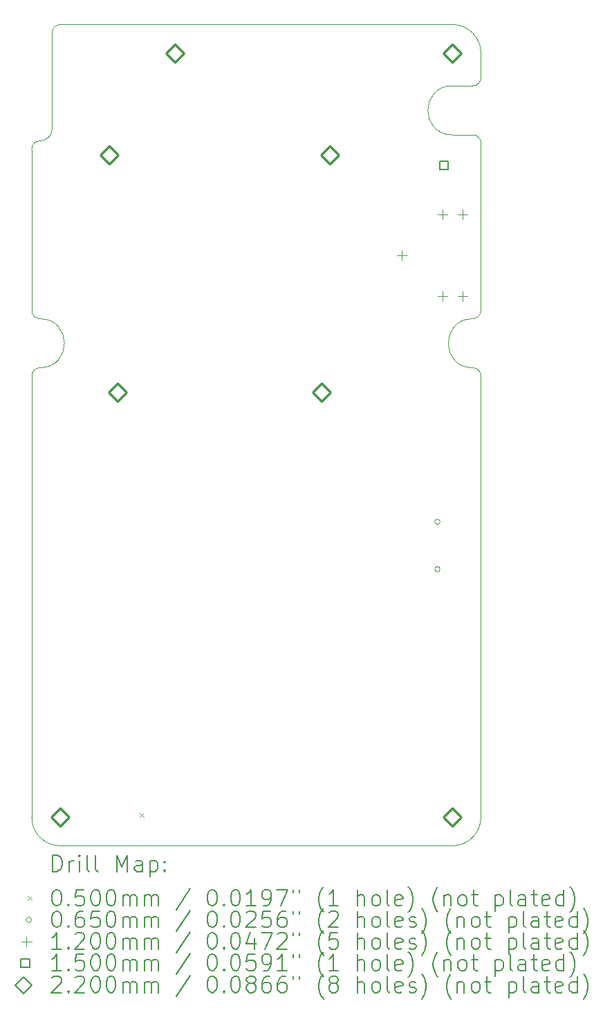
<source format=gbr>
%TF.GenerationSoftware,KiCad,Pcbnew,9.0.0*%
%TF.CreationDate,2025-08-17T15:42:20-06:00*%
%TF.ProjectId,OSS Radio Hardware Design,4f535320-5261-4646-996f-204861726477,rev?*%
%TF.SameCoordinates,Original*%
%TF.FileFunction,Drillmap*%
%TF.FilePolarity,Positive*%
%FSLAX45Y45*%
G04 Gerber Fmt 4.5, Leading zero omitted, Abs format (unit mm)*
G04 Created by KiCad (PCBNEW 9.0.0) date 2025-08-17 15:42:20*
%MOMM*%
%LPD*%
G01*
G04 APERTURE LIST*
%ADD10C,0.050000*%
%ADD11C,0.200000*%
%ADD12C,0.100000*%
%ADD13C,0.120000*%
%ADD14C,0.150000*%
%ADD15C,0.220000*%
G04 APERTURE END LIST*
D10*
X11100000Y-4600000D02*
G75*
G02*
X11450000Y-4950000I0J-350000D01*
G01*
X11100000Y-5950000D02*
G75*
G02*
X11100000Y-5350000I0J300000D01*
G01*
X11350000Y-8800000D02*
G75*
G02*
X11350000Y-8200000I0J300000D01*
G01*
X11450000Y-14300000D02*
G75*
G02*
X11100000Y-14650000I-350000J0D01*
G01*
X11450000Y-5250000D02*
G75*
G02*
X11350000Y-5350000I-100000J0D01*
G01*
X11450000Y-8100000D02*
G75*
G02*
X11350000Y-8200000I-100000J0D01*
G01*
X5950000Y-6125000D02*
G75*
G02*
X6050000Y-6025000I100000J0D01*
G01*
X11350000Y-5350000D02*
X11100000Y-5350000D01*
X11100000Y-5950000D02*
X11350000Y-5950000D01*
X11450000Y-8900000D02*
X11450000Y-14300000D01*
X11450000Y-8100000D02*
X11450000Y-6050000D01*
X6200000Y-4700000D02*
G75*
G02*
X6300000Y-4600000I100000J0D01*
G01*
X6050000Y-8200000D02*
G75*
G02*
X5950000Y-8100000I0J100000D01*
G01*
X5950000Y-8900000D02*
G75*
G02*
X6050000Y-8800000I100000J0D01*
G01*
X11100000Y-14650000D02*
X6300000Y-14650000D01*
X11350000Y-8800000D02*
G75*
G02*
X11450000Y-8900000I0J-100000D01*
G01*
X6200000Y-5875000D02*
X6200000Y-4700000D01*
X11350000Y-5950000D02*
G75*
G02*
X11450000Y-6050000I0J-100000D01*
G01*
X6050000Y-8200000D02*
G75*
G02*
X6050000Y-8800000I0J-300000D01*
G01*
X5950000Y-8100000D02*
X5950000Y-6125000D01*
X6300000Y-14650000D02*
G75*
G02*
X5950000Y-14300000I0J350000D01*
G01*
X5950000Y-14300000D02*
X5950000Y-8900000D01*
X6300000Y-4600000D02*
X11100000Y-4600000D01*
X11450000Y-5250000D02*
X11450000Y-4950000D01*
X6200000Y-5875000D02*
G75*
G02*
X6050000Y-6025000I-150000J0D01*
G01*
D11*
D12*
X7275000Y-14246000D02*
X7325000Y-14296000D01*
X7325000Y-14246000D02*
X7275000Y-14296000D01*
X10949500Y-10686000D02*
G75*
G02*
X10884500Y-10686000I-32500J0D01*
G01*
X10884500Y-10686000D02*
G75*
G02*
X10949500Y-10686000I32500J0D01*
G01*
X10949500Y-11264000D02*
G75*
G02*
X10884500Y-11264000I-32500J0D01*
G01*
X10884500Y-11264000D02*
G75*
G02*
X10949500Y-11264000I32500J0D01*
G01*
D13*
X10477500Y-7365000D02*
X10477500Y-7485000D01*
X10417500Y-7425000D02*
X10537500Y-7425000D01*
X10977500Y-6865000D02*
X10977500Y-6985000D01*
X10917500Y-6925000D02*
X11037500Y-6925000D01*
X10977500Y-7865000D02*
X10977500Y-7985000D01*
X10917500Y-7925000D02*
X11037500Y-7925000D01*
X11227500Y-6865000D02*
X11227500Y-6985000D01*
X11167500Y-6925000D02*
X11287500Y-6925000D01*
X11227500Y-7865000D02*
X11227500Y-7985000D01*
X11167500Y-7925000D02*
X11287500Y-7925000D01*
D14*
X11050534Y-6378033D02*
X11050534Y-6271966D01*
X10944467Y-6271966D01*
X10944467Y-6378033D01*
X11050534Y-6378033D01*
D15*
X6300000Y-14410000D02*
X6410000Y-14300000D01*
X6300000Y-14190000D01*
X6190000Y-14300000D01*
X6300000Y-14410000D01*
X6900000Y-6310000D02*
X7010000Y-6200000D01*
X6900000Y-6090000D01*
X6790000Y-6200000D01*
X6900000Y-6310000D01*
X7000000Y-9210000D02*
X7110000Y-9100000D01*
X7000000Y-8990000D01*
X6890000Y-9100000D01*
X7000000Y-9210000D01*
X7700000Y-5060000D02*
X7810000Y-4950000D01*
X7700000Y-4840000D01*
X7590000Y-4950000D01*
X7700000Y-5060000D01*
X9500000Y-9210000D02*
X9610000Y-9100000D01*
X9500000Y-8990000D01*
X9390000Y-9100000D01*
X9500000Y-9210000D01*
X9600000Y-6310000D02*
X9710000Y-6200000D01*
X9600000Y-6090000D01*
X9490000Y-6200000D01*
X9600000Y-6310000D01*
X11100000Y-5060000D02*
X11210000Y-4950000D01*
X11100000Y-4840000D01*
X10990000Y-4950000D01*
X11100000Y-5060000D01*
X11100000Y-14410000D02*
X11210000Y-14300000D01*
X11100000Y-14190000D01*
X10990000Y-14300000D01*
X11100000Y-14410000D01*
D11*
X6208277Y-14963984D02*
X6208277Y-14763984D01*
X6208277Y-14763984D02*
X6255896Y-14763984D01*
X6255896Y-14763984D02*
X6284467Y-14773508D01*
X6284467Y-14773508D02*
X6303515Y-14792555D01*
X6303515Y-14792555D02*
X6313039Y-14811603D01*
X6313039Y-14811603D02*
X6322562Y-14849698D01*
X6322562Y-14849698D02*
X6322562Y-14878269D01*
X6322562Y-14878269D02*
X6313039Y-14916365D01*
X6313039Y-14916365D02*
X6303515Y-14935412D01*
X6303515Y-14935412D02*
X6284467Y-14954460D01*
X6284467Y-14954460D02*
X6255896Y-14963984D01*
X6255896Y-14963984D02*
X6208277Y-14963984D01*
X6408277Y-14963984D02*
X6408277Y-14830650D01*
X6408277Y-14868746D02*
X6417801Y-14849698D01*
X6417801Y-14849698D02*
X6427324Y-14840174D01*
X6427324Y-14840174D02*
X6446372Y-14830650D01*
X6446372Y-14830650D02*
X6465420Y-14830650D01*
X6532086Y-14963984D02*
X6532086Y-14830650D01*
X6532086Y-14763984D02*
X6522562Y-14773508D01*
X6522562Y-14773508D02*
X6532086Y-14783031D01*
X6532086Y-14783031D02*
X6541610Y-14773508D01*
X6541610Y-14773508D02*
X6532086Y-14763984D01*
X6532086Y-14763984D02*
X6532086Y-14783031D01*
X6655896Y-14963984D02*
X6636848Y-14954460D01*
X6636848Y-14954460D02*
X6627324Y-14935412D01*
X6627324Y-14935412D02*
X6627324Y-14763984D01*
X6760658Y-14963984D02*
X6741610Y-14954460D01*
X6741610Y-14954460D02*
X6732086Y-14935412D01*
X6732086Y-14935412D02*
X6732086Y-14763984D01*
X6989229Y-14963984D02*
X6989229Y-14763984D01*
X6989229Y-14763984D02*
X7055896Y-14906841D01*
X7055896Y-14906841D02*
X7122562Y-14763984D01*
X7122562Y-14763984D02*
X7122562Y-14963984D01*
X7303515Y-14963984D02*
X7303515Y-14859222D01*
X7303515Y-14859222D02*
X7293991Y-14840174D01*
X7293991Y-14840174D02*
X7274943Y-14830650D01*
X7274943Y-14830650D02*
X7236848Y-14830650D01*
X7236848Y-14830650D02*
X7217801Y-14840174D01*
X7303515Y-14954460D02*
X7284467Y-14963984D01*
X7284467Y-14963984D02*
X7236848Y-14963984D01*
X7236848Y-14963984D02*
X7217801Y-14954460D01*
X7217801Y-14954460D02*
X7208277Y-14935412D01*
X7208277Y-14935412D02*
X7208277Y-14916365D01*
X7208277Y-14916365D02*
X7217801Y-14897317D01*
X7217801Y-14897317D02*
X7236848Y-14887793D01*
X7236848Y-14887793D02*
X7284467Y-14887793D01*
X7284467Y-14887793D02*
X7303515Y-14878269D01*
X7398753Y-14830650D02*
X7398753Y-15030650D01*
X7398753Y-14840174D02*
X7417801Y-14830650D01*
X7417801Y-14830650D02*
X7455896Y-14830650D01*
X7455896Y-14830650D02*
X7474943Y-14840174D01*
X7474943Y-14840174D02*
X7484467Y-14849698D01*
X7484467Y-14849698D02*
X7493991Y-14868746D01*
X7493991Y-14868746D02*
X7493991Y-14925888D01*
X7493991Y-14925888D02*
X7484467Y-14944936D01*
X7484467Y-14944936D02*
X7474943Y-14954460D01*
X7474943Y-14954460D02*
X7455896Y-14963984D01*
X7455896Y-14963984D02*
X7417801Y-14963984D01*
X7417801Y-14963984D02*
X7398753Y-14954460D01*
X7579705Y-14944936D02*
X7589229Y-14954460D01*
X7589229Y-14954460D02*
X7579705Y-14963984D01*
X7579705Y-14963984D02*
X7570182Y-14954460D01*
X7570182Y-14954460D02*
X7579705Y-14944936D01*
X7579705Y-14944936D02*
X7579705Y-14963984D01*
X7579705Y-14840174D02*
X7589229Y-14849698D01*
X7589229Y-14849698D02*
X7579705Y-14859222D01*
X7579705Y-14859222D02*
X7570182Y-14849698D01*
X7570182Y-14849698D02*
X7579705Y-14840174D01*
X7579705Y-14840174D02*
X7579705Y-14859222D01*
D12*
X5897500Y-15267500D02*
X5947500Y-15317500D01*
X5947500Y-15267500D02*
X5897500Y-15317500D01*
D11*
X6246372Y-15183984D02*
X6265420Y-15183984D01*
X6265420Y-15183984D02*
X6284467Y-15193508D01*
X6284467Y-15193508D02*
X6293991Y-15203031D01*
X6293991Y-15203031D02*
X6303515Y-15222079D01*
X6303515Y-15222079D02*
X6313039Y-15260174D01*
X6313039Y-15260174D02*
X6313039Y-15307793D01*
X6313039Y-15307793D02*
X6303515Y-15345888D01*
X6303515Y-15345888D02*
X6293991Y-15364936D01*
X6293991Y-15364936D02*
X6284467Y-15374460D01*
X6284467Y-15374460D02*
X6265420Y-15383984D01*
X6265420Y-15383984D02*
X6246372Y-15383984D01*
X6246372Y-15383984D02*
X6227324Y-15374460D01*
X6227324Y-15374460D02*
X6217801Y-15364936D01*
X6217801Y-15364936D02*
X6208277Y-15345888D01*
X6208277Y-15345888D02*
X6198753Y-15307793D01*
X6198753Y-15307793D02*
X6198753Y-15260174D01*
X6198753Y-15260174D02*
X6208277Y-15222079D01*
X6208277Y-15222079D02*
X6217801Y-15203031D01*
X6217801Y-15203031D02*
X6227324Y-15193508D01*
X6227324Y-15193508D02*
X6246372Y-15183984D01*
X6398753Y-15364936D02*
X6408277Y-15374460D01*
X6408277Y-15374460D02*
X6398753Y-15383984D01*
X6398753Y-15383984D02*
X6389229Y-15374460D01*
X6389229Y-15374460D02*
X6398753Y-15364936D01*
X6398753Y-15364936D02*
X6398753Y-15383984D01*
X6589229Y-15183984D02*
X6493991Y-15183984D01*
X6493991Y-15183984D02*
X6484467Y-15279222D01*
X6484467Y-15279222D02*
X6493991Y-15269698D01*
X6493991Y-15269698D02*
X6513039Y-15260174D01*
X6513039Y-15260174D02*
X6560658Y-15260174D01*
X6560658Y-15260174D02*
X6579705Y-15269698D01*
X6579705Y-15269698D02*
X6589229Y-15279222D01*
X6589229Y-15279222D02*
X6598753Y-15298269D01*
X6598753Y-15298269D02*
X6598753Y-15345888D01*
X6598753Y-15345888D02*
X6589229Y-15364936D01*
X6589229Y-15364936D02*
X6579705Y-15374460D01*
X6579705Y-15374460D02*
X6560658Y-15383984D01*
X6560658Y-15383984D02*
X6513039Y-15383984D01*
X6513039Y-15383984D02*
X6493991Y-15374460D01*
X6493991Y-15374460D02*
X6484467Y-15364936D01*
X6722562Y-15183984D02*
X6741610Y-15183984D01*
X6741610Y-15183984D02*
X6760658Y-15193508D01*
X6760658Y-15193508D02*
X6770182Y-15203031D01*
X6770182Y-15203031D02*
X6779705Y-15222079D01*
X6779705Y-15222079D02*
X6789229Y-15260174D01*
X6789229Y-15260174D02*
X6789229Y-15307793D01*
X6789229Y-15307793D02*
X6779705Y-15345888D01*
X6779705Y-15345888D02*
X6770182Y-15364936D01*
X6770182Y-15364936D02*
X6760658Y-15374460D01*
X6760658Y-15374460D02*
X6741610Y-15383984D01*
X6741610Y-15383984D02*
X6722562Y-15383984D01*
X6722562Y-15383984D02*
X6703515Y-15374460D01*
X6703515Y-15374460D02*
X6693991Y-15364936D01*
X6693991Y-15364936D02*
X6684467Y-15345888D01*
X6684467Y-15345888D02*
X6674943Y-15307793D01*
X6674943Y-15307793D02*
X6674943Y-15260174D01*
X6674943Y-15260174D02*
X6684467Y-15222079D01*
X6684467Y-15222079D02*
X6693991Y-15203031D01*
X6693991Y-15203031D02*
X6703515Y-15193508D01*
X6703515Y-15193508D02*
X6722562Y-15183984D01*
X6913039Y-15183984D02*
X6932086Y-15183984D01*
X6932086Y-15183984D02*
X6951134Y-15193508D01*
X6951134Y-15193508D02*
X6960658Y-15203031D01*
X6960658Y-15203031D02*
X6970182Y-15222079D01*
X6970182Y-15222079D02*
X6979705Y-15260174D01*
X6979705Y-15260174D02*
X6979705Y-15307793D01*
X6979705Y-15307793D02*
X6970182Y-15345888D01*
X6970182Y-15345888D02*
X6960658Y-15364936D01*
X6960658Y-15364936D02*
X6951134Y-15374460D01*
X6951134Y-15374460D02*
X6932086Y-15383984D01*
X6932086Y-15383984D02*
X6913039Y-15383984D01*
X6913039Y-15383984D02*
X6893991Y-15374460D01*
X6893991Y-15374460D02*
X6884467Y-15364936D01*
X6884467Y-15364936D02*
X6874943Y-15345888D01*
X6874943Y-15345888D02*
X6865420Y-15307793D01*
X6865420Y-15307793D02*
X6865420Y-15260174D01*
X6865420Y-15260174D02*
X6874943Y-15222079D01*
X6874943Y-15222079D02*
X6884467Y-15203031D01*
X6884467Y-15203031D02*
X6893991Y-15193508D01*
X6893991Y-15193508D02*
X6913039Y-15183984D01*
X7065420Y-15383984D02*
X7065420Y-15250650D01*
X7065420Y-15269698D02*
X7074943Y-15260174D01*
X7074943Y-15260174D02*
X7093991Y-15250650D01*
X7093991Y-15250650D02*
X7122563Y-15250650D01*
X7122563Y-15250650D02*
X7141610Y-15260174D01*
X7141610Y-15260174D02*
X7151134Y-15279222D01*
X7151134Y-15279222D02*
X7151134Y-15383984D01*
X7151134Y-15279222D02*
X7160658Y-15260174D01*
X7160658Y-15260174D02*
X7179705Y-15250650D01*
X7179705Y-15250650D02*
X7208277Y-15250650D01*
X7208277Y-15250650D02*
X7227324Y-15260174D01*
X7227324Y-15260174D02*
X7236848Y-15279222D01*
X7236848Y-15279222D02*
X7236848Y-15383984D01*
X7332086Y-15383984D02*
X7332086Y-15250650D01*
X7332086Y-15269698D02*
X7341610Y-15260174D01*
X7341610Y-15260174D02*
X7360658Y-15250650D01*
X7360658Y-15250650D02*
X7389229Y-15250650D01*
X7389229Y-15250650D02*
X7408277Y-15260174D01*
X7408277Y-15260174D02*
X7417801Y-15279222D01*
X7417801Y-15279222D02*
X7417801Y-15383984D01*
X7417801Y-15279222D02*
X7427324Y-15260174D01*
X7427324Y-15260174D02*
X7446372Y-15250650D01*
X7446372Y-15250650D02*
X7474943Y-15250650D01*
X7474943Y-15250650D02*
X7493991Y-15260174D01*
X7493991Y-15260174D02*
X7503515Y-15279222D01*
X7503515Y-15279222D02*
X7503515Y-15383984D01*
X7893991Y-15174460D02*
X7722563Y-15431603D01*
X8151134Y-15183984D02*
X8170182Y-15183984D01*
X8170182Y-15183984D02*
X8189229Y-15193508D01*
X8189229Y-15193508D02*
X8198753Y-15203031D01*
X8198753Y-15203031D02*
X8208277Y-15222079D01*
X8208277Y-15222079D02*
X8217801Y-15260174D01*
X8217801Y-15260174D02*
X8217801Y-15307793D01*
X8217801Y-15307793D02*
X8208277Y-15345888D01*
X8208277Y-15345888D02*
X8198753Y-15364936D01*
X8198753Y-15364936D02*
X8189229Y-15374460D01*
X8189229Y-15374460D02*
X8170182Y-15383984D01*
X8170182Y-15383984D02*
X8151134Y-15383984D01*
X8151134Y-15383984D02*
X8132086Y-15374460D01*
X8132086Y-15374460D02*
X8122563Y-15364936D01*
X8122563Y-15364936D02*
X8113039Y-15345888D01*
X8113039Y-15345888D02*
X8103515Y-15307793D01*
X8103515Y-15307793D02*
X8103515Y-15260174D01*
X8103515Y-15260174D02*
X8113039Y-15222079D01*
X8113039Y-15222079D02*
X8122563Y-15203031D01*
X8122563Y-15203031D02*
X8132086Y-15193508D01*
X8132086Y-15193508D02*
X8151134Y-15183984D01*
X8303515Y-15364936D02*
X8313039Y-15374460D01*
X8313039Y-15374460D02*
X8303515Y-15383984D01*
X8303515Y-15383984D02*
X8293991Y-15374460D01*
X8293991Y-15374460D02*
X8303515Y-15364936D01*
X8303515Y-15364936D02*
X8303515Y-15383984D01*
X8436848Y-15183984D02*
X8455896Y-15183984D01*
X8455896Y-15183984D02*
X8474944Y-15193508D01*
X8474944Y-15193508D02*
X8484468Y-15203031D01*
X8484468Y-15203031D02*
X8493991Y-15222079D01*
X8493991Y-15222079D02*
X8503515Y-15260174D01*
X8503515Y-15260174D02*
X8503515Y-15307793D01*
X8503515Y-15307793D02*
X8493991Y-15345888D01*
X8493991Y-15345888D02*
X8484468Y-15364936D01*
X8484468Y-15364936D02*
X8474944Y-15374460D01*
X8474944Y-15374460D02*
X8455896Y-15383984D01*
X8455896Y-15383984D02*
X8436848Y-15383984D01*
X8436848Y-15383984D02*
X8417801Y-15374460D01*
X8417801Y-15374460D02*
X8408277Y-15364936D01*
X8408277Y-15364936D02*
X8398753Y-15345888D01*
X8398753Y-15345888D02*
X8389229Y-15307793D01*
X8389229Y-15307793D02*
X8389229Y-15260174D01*
X8389229Y-15260174D02*
X8398753Y-15222079D01*
X8398753Y-15222079D02*
X8408277Y-15203031D01*
X8408277Y-15203031D02*
X8417801Y-15193508D01*
X8417801Y-15193508D02*
X8436848Y-15183984D01*
X8693991Y-15383984D02*
X8579706Y-15383984D01*
X8636848Y-15383984D02*
X8636848Y-15183984D01*
X8636848Y-15183984D02*
X8617801Y-15212555D01*
X8617801Y-15212555D02*
X8598753Y-15231603D01*
X8598753Y-15231603D02*
X8579706Y-15241127D01*
X8789229Y-15383984D02*
X8827325Y-15383984D01*
X8827325Y-15383984D02*
X8846372Y-15374460D01*
X8846372Y-15374460D02*
X8855896Y-15364936D01*
X8855896Y-15364936D02*
X8874944Y-15336365D01*
X8874944Y-15336365D02*
X8884468Y-15298269D01*
X8884468Y-15298269D02*
X8884468Y-15222079D01*
X8884468Y-15222079D02*
X8874944Y-15203031D01*
X8874944Y-15203031D02*
X8865420Y-15193508D01*
X8865420Y-15193508D02*
X8846372Y-15183984D01*
X8846372Y-15183984D02*
X8808277Y-15183984D01*
X8808277Y-15183984D02*
X8789229Y-15193508D01*
X8789229Y-15193508D02*
X8779706Y-15203031D01*
X8779706Y-15203031D02*
X8770182Y-15222079D01*
X8770182Y-15222079D02*
X8770182Y-15269698D01*
X8770182Y-15269698D02*
X8779706Y-15288746D01*
X8779706Y-15288746D02*
X8789229Y-15298269D01*
X8789229Y-15298269D02*
X8808277Y-15307793D01*
X8808277Y-15307793D02*
X8846372Y-15307793D01*
X8846372Y-15307793D02*
X8865420Y-15298269D01*
X8865420Y-15298269D02*
X8874944Y-15288746D01*
X8874944Y-15288746D02*
X8884468Y-15269698D01*
X8951134Y-15183984D02*
X9084468Y-15183984D01*
X9084468Y-15183984D02*
X8998753Y-15383984D01*
X9151134Y-15183984D02*
X9151134Y-15222079D01*
X9227325Y-15183984D02*
X9227325Y-15222079D01*
X9522563Y-15460174D02*
X9513039Y-15450650D01*
X9513039Y-15450650D02*
X9493991Y-15422079D01*
X9493991Y-15422079D02*
X9484468Y-15403031D01*
X9484468Y-15403031D02*
X9474944Y-15374460D01*
X9474944Y-15374460D02*
X9465420Y-15326841D01*
X9465420Y-15326841D02*
X9465420Y-15288746D01*
X9465420Y-15288746D02*
X9474944Y-15241127D01*
X9474944Y-15241127D02*
X9484468Y-15212555D01*
X9484468Y-15212555D02*
X9493991Y-15193508D01*
X9493991Y-15193508D02*
X9513039Y-15164936D01*
X9513039Y-15164936D02*
X9522563Y-15155412D01*
X9703515Y-15383984D02*
X9589230Y-15383984D01*
X9646372Y-15383984D02*
X9646372Y-15183984D01*
X9646372Y-15183984D02*
X9627325Y-15212555D01*
X9627325Y-15212555D02*
X9608277Y-15231603D01*
X9608277Y-15231603D02*
X9589230Y-15241127D01*
X9941611Y-15383984D02*
X9941611Y-15183984D01*
X10027325Y-15383984D02*
X10027325Y-15279222D01*
X10027325Y-15279222D02*
X10017801Y-15260174D01*
X10017801Y-15260174D02*
X9998753Y-15250650D01*
X9998753Y-15250650D02*
X9970182Y-15250650D01*
X9970182Y-15250650D02*
X9951134Y-15260174D01*
X9951134Y-15260174D02*
X9941611Y-15269698D01*
X10151134Y-15383984D02*
X10132087Y-15374460D01*
X10132087Y-15374460D02*
X10122563Y-15364936D01*
X10122563Y-15364936D02*
X10113039Y-15345888D01*
X10113039Y-15345888D02*
X10113039Y-15288746D01*
X10113039Y-15288746D02*
X10122563Y-15269698D01*
X10122563Y-15269698D02*
X10132087Y-15260174D01*
X10132087Y-15260174D02*
X10151134Y-15250650D01*
X10151134Y-15250650D02*
X10179706Y-15250650D01*
X10179706Y-15250650D02*
X10198753Y-15260174D01*
X10198753Y-15260174D02*
X10208277Y-15269698D01*
X10208277Y-15269698D02*
X10217801Y-15288746D01*
X10217801Y-15288746D02*
X10217801Y-15345888D01*
X10217801Y-15345888D02*
X10208277Y-15364936D01*
X10208277Y-15364936D02*
X10198753Y-15374460D01*
X10198753Y-15374460D02*
X10179706Y-15383984D01*
X10179706Y-15383984D02*
X10151134Y-15383984D01*
X10332087Y-15383984D02*
X10313039Y-15374460D01*
X10313039Y-15374460D02*
X10303515Y-15355412D01*
X10303515Y-15355412D02*
X10303515Y-15183984D01*
X10484468Y-15374460D02*
X10465420Y-15383984D01*
X10465420Y-15383984D02*
X10427325Y-15383984D01*
X10427325Y-15383984D02*
X10408277Y-15374460D01*
X10408277Y-15374460D02*
X10398753Y-15355412D01*
X10398753Y-15355412D02*
X10398753Y-15279222D01*
X10398753Y-15279222D02*
X10408277Y-15260174D01*
X10408277Y-15260174D02*
X10427325Y-15250650D01*
X10427325Y-15250650D02*
X10465420Y-15250650D01*
X10465420Y-15250650D02*
X10484468Y-15260174D01*
X10484468Y-15260174D02*
X10493992Y-15279222D01*
X10493992Y-15279222D02*
X10493992Y-15298269D01*
X10493992Y-15298269D02*
X10398753Y-15317317D01*
X10560658Y-15460174D02*
X10570182Y-15450650D01*
X10570182Y-15450650D02*
X10589230Y-15422079D01*
X10589230Y-15422079D02*
X10598753Y-15403031D01*
X10598753Y-15403031D02*
X10608277Y-15374460D01*
X10608277Y-15374460D02*
X10617801Y-15326841D01*
X10617801Y-15326841D02*
X10617801Y-15288746D01*
X10617801Y-15288746D02*
X10608277Y-15241127D01*
X10608277Y-15241127D02*
X10598753Y-15212555D01*
X10598753Y-15212555D02*
X10589230Y-15193508D01*
X10589230Y-15193508D02*
X10570182Y-15164936D01*
X10570182Y-15164936D02*
X10560658Y-15155412D01*
X10922563Y-15460174D02*
X10913039Y-15450650D01*
X10913039Y-15450650D02*
X10893992Y-15422079D01*
X10893992Y-15422079D02*
X10884468Y-15403031D01*
X10884468Y-15403031D02*
X10874944Y-15374460D01*
X10874944Y-15374460D02*
X10865420Y-15326841D01*
X10865420Y-15326841D02*
X10865420Y-15288746D01*
X10865420Y-15288746D02*
X10874944Y-15241127D01*
X10874944Y-15241127D02*
X10884468Y-15212555D01*
X10884468Y-15212555D02*
X10893992Y-15193508D01*
X10893992Y-15193508D02*
X10913039Y-15164936D01*
X10913039Y-15164936D02*
X10922563Y-15155412D01*
X10998753Y-15250650D02*
X10998753Y-15383984D01*
X10998753Y-15269698D02*
X11008277Y-15260174D01*
X11008277Y-15260174D02*
X11027325Y-15250650D01*
X11027325Y-15250650D02*
X11055896Y-15250650D01*
X11055896Y-15250650D02*
X11074944Y-15260174D01*
X11074944Y-15260174D02*
X11084468Y-15279222D01*
X11084468Y-15279222D02*
X11084468Y-15383984D01*
X11208277Y-15383984D02*
X11189230Y-15374460D01*
X11189230Y-15374460D02*
X11179706Y-15364936D01*
X11179706Y-15364936D02*
X11170182Y-15345888D01*
X11170182Y-15345888D02*
X11170182Y-15288746D01*
X11170182Y-15288746D02*
X11179706Y-15269698D01*
X11179706Y-15269698D02*
X11189230Y-15260174D01*
X11189230Y-15260174D02*
X11208277Y-15250650D01*
X11208277Y-15250650D02*
X11236849Y-15250650D01*
X11236849Y-15250650D02*
X11255896Y-15260174D01*
X11255896Y-15260174D02*
X11265420Y-15269698D01*
X11265420Y-15269698D02*
X11274944Y-15288746D01*
X11274944Y-15288746D02*
X11274944Y-15345888D01*
X11274944Y-15345888D02*
X11265420Y-15364936D01*
X11265420Y-15364936D02*
X11255896Y-15374460D01*
X11255896Y-15374460D02*
X11236849Y-15383984D01*
X11236849Y-15383984D02*
X11208277Y-15383984D01*
X11332087Y-15250650D02*
X11408277Y-15250650D01*
X11360658Y-15183984D02*
X11360658Y-15355412D01*
X11360658Y-15355412D02*
X11370182Y-15374460D01*
X11370182Y-15374460D02*
X11389230Y-15383984D01*
X11389230Y-15383984D02*
X11408277Y-15383984D01*
X11627325Y-15250650D02*
X11627325Y-15450650D01*
X11627325Y-15260174D02*
X11646372Y-15250650D01*
X11646372Y-15250650D02*
X11684468Y-15250650D01*
X11684468Y-15250650D02*
X11703515Y-15260174D01*
X11703515Y-15260174D02*
X11713039Y-15269698D01*
X11713039Y-15269698D02*
X11722563Y-15288746D01*
X11722563Y-15288746D02*
X11722563Y-15345888D01*
X11722563Y-15345888D02*
X11713039Y-15364936D01*
X11713039Y-15364936D02*
X11703515Y-15374460D01*
X11703515Y-15374460D02*
X11684468Y-15383984D01*
X11684468Y-15383984D02*
X11646372Y-15383984D01*
X11646372Y-15383984D02*
X11627325Y-15374460D01*
X11836849Y-15383984D02*
X11817801Y-15374460D01*
X11817801Y-15374460D02*
X11808277Y-15355412D01*
X11808277Y-15355412D02*
X11808277Y-15183984D01*
X11998753Y-15383984D02*
X11998753Y-15279222D01*
X11998753Y-15279222D02*
X11989230Y-15260174D01*
X11989230Y-15260174D02*
X11970182Y-15250650D01*
X11970182Y-15250650D02*
X11932087Y-15250650D01*
X11932087Y-15250650D02*
X11913039Y-15260174D01*
X11998753Y-15374460D02*
X11979706Y-15383984D01*
X11979706Y-15383984D02*
X11932087Y-15383984D01*
X11932087Y-15383984D02*
X11913039Y-15374460D01*
X11913039Y-15374460D02*
X11903515Y-15355412D01*
X11903515Y-15355412D02*
X11903515Y-15336365D01*
X11903515Y-15336365D02*
X11913039Y-15317317D01*
X11913039Y-15317317D02*
X11932087Y-15307793D01*
X11932087Y-15307793D02*
X11979706Y-15307793D01*
X11979706Y-15307793D02*
X11998753Y-15298269D01*
X12065420Y-15250650D02*
X12141611Y-15250650D01*
X12093992Y-15183984D02*
X12093992Y-15355412D01*
X12093992Y-15355412D02*
X12103515Y-15374460D01*
X12103515Y-15374460D02*
X12122563Y-15383984D01*
X12122563Y-15383984D02*
X12141611Y-15383984D01*
X12284468Y-15374460D02*
X12265420Y-15383984D01*
X12265420Y-15383984D02*
X12227325Y-15383984D01*
X12227325Y-15383984D02*
X12208277Y-15374460D01*
X12208277Y-15374460D02*
X12198753Y-15355412D01*
X12198753Y-15355412D02*
X12198753Y-15279222D01*
X12198753Y-15279222D02*
X12208277Y-15260174D01*
X12208277Y-15260174D02*
X12227325Y-15250650D01*
X12227325Y-15250650D02*
X12265420Y-15250650D01*
X12265420Y-15250650D02*
X12284468Y-15260174D01*
X12284468Y-15260174D02*
X12293992Y-15279222D01*
X12293992Y-15279222D02*
X12293992Y-15298269D01*
X12293992Y-15298269D02*
X12198753Y-15317317D01*
X12465420Y-15383984D02*
X12465420Y-15183984D01*
X12465420Y-15374460D02*
X12446373Y-15383984D01*
X12446373Y-15383984D02*
X12408277Y-15383984D01*
X12408277Y-15383984D02*
X12389230Y-15374460D01*
X12389230Y-15374460D02*
X12379706Y-15364936D01*
X12379706Y-15364936D02*
X12370182Y-15345888D01*
X12370182Y-15345888D02*
X12370182Y-15288746D01*
X12370182Y-15288746D02*
X12379706Y-15269698D01*
X12379706Y-15269698D02*
X12389230Y-15260174D01*
X12389230Y-15260174D02*
X12408277Y-15250650D01*
X12408277Y-15250650D02*
X12446373Y-15250650D01*
X12446373Y-15250650D02*
X12465420Y-15260174D01*
X12541611Y-15460174D02*
X12551134Y-15450650D01*
X12551134Y-15450650D02*
X12570182Y-15422079D01*
X12570182Y-15422079D02*
X12579706Y-15403031D01*
X12579706Y-15403031D02*
X12589230Y-15374460D01*
X12589230Y-15374460D02*
X12598753Y-15326841D01*
X12598753Y-15326841D02*
X12598753Y-15288746D01*
X12598753Y-15288746D02*
X12589230Y-15241127D01*
X12589230Y-15241127D02*
X12579706Y-15212555D01*
X12579706Y-15212555D02*
X12570182Y-15193508D01*
X12570182Y-15193508D02*
X12551134Y-15164936D01*
X12551134Y-15164936D02*
X12541611Y-15155412D01*
D12*
X5947500Y-15556500D02*
G75*
G02*
X5882500Y-15556500I-32500J0D01*
G01*
X5882500Y-15556500D02*
G75*
G02*
X5947500Y-15556500I32500J0D01*
G01*
D11*
X6246372Y-15447984D02*
X6265420Y-15447984D01*
X6265420Y-15447984D02*
X6284467Y-15457508D01*
X6284467Y-15457508D02*
X6293991Y-15467031D01*
X6293991Y-15467031D02*
X6303515Y-15486079D01*
X6303515Y-15486079D02*
X6313039Y-15524174D01*
X6313039Y-15524174D02*
X6313039Y-15571793D01*
X6313039Y-15571793D02*
X6303515Y-15609888D01*
X6303515Y-15609888D02*
X6293991Y-15628936D01*
X6293991Y-15628936D02*
X6284467Y-15638460D01*
X6284467Y-15638460D02*
X6265420Y-15647984D01*
X6265420Y-15647984D02*
X6246372Y-15647984D01*
X6246372Y-15647984D02*
X6227324Y-15638460D01*
X6227324Y-15638460D02*
X6217801Y-15628936D01*
X6217801Y-15628936D02*
X6208277Y-15609888D01*
X6208277Y-15609888D02*
X6198753Y-15571793D01*
X6198753Y-15571793D02*
X6198753Y-15524174D01*
X6198753Y-15524174D02*
X6208277Y-15486079D01*
X6208277Y-15486079D02*
X6217801Y-15467031D01*
X6217801Y-15467031D02*
X6227324Y-15457508D01*
X6227324Y-15457508D02*
X6246372Y-15447984D01*
X6398753Y-15628936D02*
X6408277Y-15638460D01*
X6408277Y-15638460D02*
X6398753Y-15647984D01*
X6398753Y-15647984D02*
X6389229Y-15638460D01*
X6389229Y-15638460D02*
X6398753Y-15628936D01*
X6398753Y-15628936D02*
X6398753Y-15647984D01*
X6579705Y-15447984D02*
X6541610Y-15447984D01*
X6541610Y-15447984D02*
X6522562Y-15457508D01*
X6522562Y-15457508D02*
X6513039Y-15467031D01*
X6513039Y-15467031D02*
X6493991Y-15495603D01*
X6493991Y-15495603D02*
X6484467Y-15533698D01*
X6484467Y-15533698D02*
X6484467Y-15609888D01*
X6484467Y-15609888D02*
X6493991Y-15628936D01*
X6493991Y-15628936D02*
X6503515Y-15638460D01*
X6503515Y-15638460D02*
X6522562Y-15647984D01*
X6522562Y-15647984D02*
X6560658Y-15647984D01*
X6560658Y-15647984D02*
X6579705Y-15638460D01*
X6579705Y-15638460D02*
X6589229Y-15628936D01*
X6589229Y-15628936D02*
X6598753Y-15609888D01*
X6598753Y-15609888D02*
X6598753Y-15562269D01*
X6598753Y-15562269D02*
X6589229Y-15543222D01*
X6589229Y-15543222D02*
X6579705Y-15533698D01*
X6579705Y-15533698D02*
X6560658Y-15524174D01*
X6560658Y-15524174D02*
X6522562Y-15524174D01*
X6522562Y-15524174D02*
X6503515Y-15533698D01*
X6503515Y-15533698D02*
X6493991Y-15543222D01*
X6493991Y-15543222D02*
X6484467Y-15562269D01*
X6779705Y-15447984D02*
X6684467Y-15447984D01*
X6684467Y-15447984D02*
X6674943Y-15543222D01*
X6674943Y-15543222D02*
X6684467Y-15533698D01*
X6684467Y-15533698D02*
X6703515Y-15524174D01*
X6703515Y-15524174D02*
X6751134Y-15524174D01*
X6751134Y-15524174D02*
X6770182Y-15533698D01*
X6770182Y-15533698D02*
X6779705Y-15543222D01*
X6779705Y-15543222D02*
X6789229Y-15562269D01*
X6789229Y-15562269D02*
X6789229Y-15609888D01*
X6789229Y-15609888D02*
X6779705Y-15628936D01*
X6779705Y-15628936D02*
X6770182Y-15638460D01*
X6770182Y-15638460D02*
X6751134Y-15647984D01*
X6751134Y-15647984D02*
X6703515Y-15647984D01*
X6703515Y-15647984D02*
X6684467Y-15638460D01*
X6684467Y-15638460D02*
X6674943Y-15628936D01*
X6913039Y-15447984D02*
X6932086Y-15447984D01*
X6932086Y-15447984D02*
X6951134Y-15457508D01*
X6951134Y-15457508D02*
X6960658Y-15467031D01*
X6960658Y-15467031D02*
X6970182Y-15486079D01*
X6970182Y-15486079D02*
X6979705Y-15524174D01*
X6979705Y-15524174D02*
X6979705Y-15571793D01*
X6979705Y-15571793D02*
X6970182Y-15609888D01*
X6970182Y-15609888D02*
X6960658Y-15628936D01*
X6960658Y-15628936D02*
X6951134Y-15638460D01*
X6951134Y-15638460D02*
X6932086Y-15647984D01*
X6932086Y-15647984D02*
X6913039Y-15647984D01*
X6913039Y-15647984D02*
X6893991Y-15638460D01*
X6893991Y-15638460D02*
X6884467Y-15628936D01*
X6884467Y-15628936D02*
X6874943Y-15609888D01*
X6874943Y-15609888D02*
X6865420Y-15571793D01*
X6865420Y-15571793D02*
X6865420Y-15524174D01*
X6865420Y-15524174D02*
X6874943Y-15486079D01*
X6874943Y-15486079D02*
X6884467Y-15467031D01*
X6884467Y-15467031D02*
X6893991Y-15457508D01*
X6893991Y-15457508D02*
X6913039Y-15447984D01*
X7065420Y-15647984D02*
X7065420Y-15514650D01*
X7065420Y-15533698D02*
X7074943Y-15524174D01*
X7074943Y-15524174D02*
X7093991Y-15514650D01*
X7093991Y-15514650D02*
X7122563Y-15514650D01*
X7122563Y-15514650D02*
X7141610Y-15524174D01*
X7141610Y-15524174D02*
X7151134Y-15543222D01*
X7151134Y-15543222D02*
X7151134Y-15647984D01*
X7151134Y-15543222D02*
X7160658Y-15524174D01*
X7160658Y-15524174D02*
X7179705Y-15514650D01*
X7179705Y-15514650D02*
X7208277Y-15514650D01*
X7208277Y-15514650D02*
X7227324Y-15524174D01*
X7227324Y-15524174D02*
X7236848Y-15543222D01*
X7236848Y-15543222D02*
X7236848Y-15647984D01*
X7332086Y-15647984D02*
X7332086Y-15514650D01*
X7332086Y-15533698D02*
X7341610Y-15524174D01*
X7341610Y-15524174D02*
X7360658Y-15514650D01*
X7360658Y-15514650D02*
X7389229Y-15514650D01*
X7389229Y-15514650D02*
X7408277Y-15524174D01*
X7408277Y-15524174D02*
X7417801Y-15543222D01*
X7417801Y-15543222D02*
X7417801Y-15647984D01*
X7417801Y-15543222D02*
X7427324Y-15524174D01*
X7427324Y-15524174D02*
X7446372Y-15514650D01*
X7446372Y-15514650D02*
X7474943Y-15514650D01*
X7474943Y-15514650D02*
X7493991Y-15524174D01*
X7493991Y-15524174D02*
X7503515Y-15543222D01*
X7503515Y-15543222D02*
X7503515Y-15647984D01*
X7893991Y-15438460D02*
X7722563Y-15695603D01*
X8151134Y-15447984D02*
X8170182Y-15447984D01*
X8170182Y-15447984D02*
X8189229Y-15457508D01*
X8189229Y-15457508D02*
X8198753Y-15467031D01*
X8198753Y-15467031D02*
X8208277Y-15486079D01*
X8208277Y-15486079D02*
X8217801Y-15524174D01*
X8217801Y-15524174D02*
X8217801Y-15571793D01*
X8217801Y-15571793D02*
X8208277Y-15609888D01*
X8208277Y-15609888D02*
X8198753Y-15628936D01*
X8198753Y-15628936D02*
X8189229Y-15638460D01*
X8189229Y-15638460D02*
X8170182Y-15647984D01*
X8170182Y-15647984D02*
X8151134Y-15647984D01*
X8151134Y-15647984D02*
X8132086Y-15638460D01*
X8132086Y-15638460D02*
X8122563Y-15628936D01*
X8122563Y-15628936D02*
X8113039Y-15609888D01*
X8113039Y-15609888D02*
X8103515Y-15571793D01*
X8103515Y-15571793D02*
X8103515Y-15524174D01*
X8103515Y-15524174D02*
X8113039Y-15486079D01*
X8113039Y-15486079D02*
X8122563Y-15467031D01*
X8122563Y-15467031D02*
X8132086Y-15457508D01*
X8132086Y-15457508D02*
X8151134Y-15447984D01*
X8303515Y-15628936D02*
X8313039Y-15638460D01*
X8313039Y-15638460D02*
X8303515Y-15647984D01*
X8303515Y-15647984D02*
X8293991Y-15638460D01*
X8293991Y-15638460D02*
X8303515Y-15628936D01*
X8303515Y-15628936D02*
X8303515Y-15647984D01*
X8436848Y-15447984D02*
X8455896Y-15447984D01*
X8455896Y-15447984D02*
X8474944Y-15457508D01*
X8474944Y-15457508D02*
X8484468Y-15467031D01*
X8484468Y-15467031D02*
X8493991Y-15486079D01*
X8493991Y-15486079D02*
X8503515Y-15524174D01*
X8503515Y-15524174D02*
X8503515Y-15571793D01*
X8503515Y-15571793D02*
X8493991Y-15609888D01*
X8493991Y-15609888D02*
X8484468Y-15628936D01*
X8484468Y-15628936D02*
X8474944Y-15638460D01*
X8474944Y-15638460D02*
X8455896Y-15647984D01*
X8455896Y-15647984D02*
X8436848Y-15647984D01*
X8436848Y-15647984D02*
X8417801Y-15638460D01*
X8417801Y-15638460D02*
X8408277Y-15628936D01*
X8408277Y-15628936D02*
X8398753Y-15609888D01*
X8398753Y-15609888D02*
X8389229Y-15571793D01*
X8389229Y-15571793D02*
X8389229Y-15524174D01*
X8389229Y-15524174D02*
X8398753Y-15486079D01*
X8398753Y-15486079D02*
X8408277Y-15467031D01*
X8408277Y-15467031D02*
X8417801Y-15457508D01*
X8417801Y-15457508D02*
X8436848Y-15447984D01*
X8579706Y-15467031D02*
X8589229Y-15457508D01*
X8589229Y-15457508D02*
X8608277Y-15447984D01*
X8608277Y-15447984D02*
X8655896Y-15447984D01*
X8655896Y-15447984D02*
X8674944Y-15457508D01*
X8674944Y-15457508D02*
X8684468Y-15467031D01*
X8684468Y-15467031D02*
X8693991Y-15486079D01*
X8693991Y-15486079D02*
X8693991Y-15505127D01*
X8693991Y-15505127D02*
X8684468Y-15533698D01*
X8684468Y-15533698D02*
X8570182Y-15647984D01*
X8570182Y-15647984D02*
X8693991Y-15647984D01*
X8874944Y-15447984D02*
X8779706Y-15447984D01*
X8779706Y-15447984D02*
X8770182Y-15543222D01*
X8770182Y-15543222D02*
X8779706Y-15533698D01*
X8779706Y-15533698D02*
X8798753Y-15524174D01*
X8798753Y-15524174D02*
X8846372Y-15524174D01*
X8846372Y-15524174D02*
X8865420Y-15533698D01*
X8865420Y-15533698D02*
X8874944Y-15543222D01*
X8874944Y-15543222D02*
X8884468Y-15562269D01*
X8884468Y-15562269D02*
X8884468Y-15609888D01*
X8884468Y-15609888D02*
X8874944Y-15628936D01*
X8874944Y-15628936D02*
X8865420Y-15638460D01*
X8865420Y-15638460D02*
X8846372Y-15647984D01*
X8846372Y-15647984D02*
X8798753Y-15647984D01*
X8798753Y-15647984D02*
X8779706Y-15638460D01*
X8779706Y-15638460D02*
X8770182Y-15628936D01*
X9055896Y-15447984D02*
X9017801Y-15447984D01*
X9017801Y-15447984D02*
X8998753Y-15457508D01*
X8998753Y-15457508D02*
X8989229Y-15467031D01*
X8989229Y-15467031D02*
X8970182Y-15495603D01*
X8970182Y-15495603D02*
X8960658Y-15533698D01*
X8960658Y-15533698D02*
X8960658Y-15609888D01*
X8960658Y-15609888D02*
X8970182Y-15628936D01*
X8970182Y-15628936D02*
X8979706Y-15638460D01*
X8979706Y-15638460D02*
X8998753Y-15647984D01*
X8998753Y-15647984D02*
X9036849Y-15647984D01*
X9036849Y-15647984D02*
X9055896Y-15638460D01*
X9055896Y-15638460D02*
X9065420Y-15628936D01*
X9065420Y-15628936D02*
X9074944Y-15609888D01*
X9074944Y-15609888D02*
X9074944Y-15562269D01*
X9074944Y-15562269D02*
X9065420Y-15543222D01*
X9065420Y-15543222D02*
X9055896Y-15533698D01*
X9055896Y-15533698D02*
X9036849Y-15524174D01*
X9036849Y-15524174D02*
X8998753Y-15524174D01*
X8998753Y-15524174D02*
X8979706Y-15533698D01*
X8979706Y-15533698D02*
X8970182Y-15543222D01*
X8970182Y-15543222D02*
X8960658Y-15562269D01*
X9151134Y-15447984D02*
X9151134Y-15486079D01*
X9227325Y-15447984D02*
X9227325Y-15486079D01*
X9522563Y-15724174D02*
X9513039Y-15714650D01*
X9513039Y-15714650D02*
X9493991Y-15686079D01*
X9493991Y-15686079D02*
X9484468Y-15667031D01*
X9484468Y-15667031D02*
X9474944Y-15638460D01*
X9474944Y-15638460D02*
X9465420Y-15590841D01*
X9465420Y-15590841D02*
X9465420Y-15552746D01*
X9465420Y-15552746D02*
X9474944Y-15505127D01*
X9474944Y-15505127D02*
X9484468Y-15476555D01*
X9484468Y-15476555D02*
X9493991Y-15457508D01*
X9493991Y-15457508D02*
X9513039Y-15428936D01*
X9513039Y-15428936D02*
X9522563Y-15419412D01*
X9589230Y-15467031D02*
X9598753Y-15457508D01*
X9598753Y-15457508D02*
X9617801Y-15447984D01*
X9617801Y-15447984D02*
X9665420Y-15447984D01*
X9665420Y-15447984D02*
X9684468Y-15457508D01*
X9684468Y-15457508D02*
X9693991Y-15467031D01*
X9693991Y-15467031D02*
X9703515Y-15486079D01*
X9703515Y-15486079D02*
X9703515Y-15505127D01*
X9703515Y-15505127D02*
X9693991Y-15533698D01*
X9693991Y-15533698D02*
X9579706Y-15647984D01*
X9579706Y-15647984D02*
X9703515Y-15647984D01*
X9941611Y-15647984D02*
X9941611Y-15447984D01*
X10027325Y-15647984D02*
X10027325Y-15543222D01*
X10027325Y-15543222D02*
X10017801Y-15524174D01*
X10017801Y-15524174D02*
X9998753Y-15514650D01*
X9998753Y-15514650D02*
X9970182Y-15514650D01*
X9970182Y-15514650D02*
X9951134Y-15524174D01*
X9951134Y-15524174D02*
X9941611Y-15533698D01*
X10151134Y-15647984D02*
X10132087Y-15638460D01*
X10132087Y-15638460D02*
X10122563Y-15628936D01*
X10122563Y-15628936D02*
X10113039Y-15609888D01*
X10113039Y-15609888D02*
X10113039Y-15552746D01*
X10113039Y-15552746D02*
X10122563Y-15533698D01*
X10122563Y-15533698D02*
X10132087Y-15524174D01*
X10132087Y-15524174D02*
X10151134Y-15514650D01*
X10151134Y-15514650D02*
X10179706Y-15514650D01*
X10179706Y-15514650D02*
X10198753Y-15524174D01*
X10198753Y-15524174D02*
X10208277Y-15533698D01*
X10208277Y-15533698D02*
X10217801Y-15552746D01*
X10217801Y-15552746D02*
X10217801Y-15609888D01*
X10217801Y-15609888D02*
X10208277Y-15628936D01*
X10208277Y-15628936D02*
X10198753Y-15638460D01*
X10198753Y-15638460D02*
X10179706Y-15647984D01*
X10179706Y-15647984D02*
X10151134Y-15647984D01*
X10332087Y-15647984D02*
X10313039Y-15638460D01*
X10313039Y-15638460D02*
X10303515Y-15619412D01*
X10303515Y-15619412D02*
X10303515Y-15447984D01*
X10484468Y-15638460D02*
X10465420Y-15647984D01*
X10465420Y-15647984D02*
X10427325Y-15647984D01*
X10427325Y-15647984D02*
X10408277Y-15638460D01*
X10408277Y-15638460D02*
X10398753Y-15619412D01*
X10398753Y-15619412D02*
X10398753Y-15543222D01*
X10398753Y-15543222D02*
X10408277Y-15524174D01*
X10408277Y-15524174D02*
X10427325Y-15514650D01*
X10427325Y-15514650D02*
X10465420Y-15514650D01*
X10465420Y-15514650D02*
X10484468Y-15524174D01*
X10484468Y-15524174D02*
X10493992Y-15543222D01*
X10493992Y-15543222D02*
X10493992Y-15562269D01*
X10493992Y-15562269D02*
X10398753Y-15581317D01*
X10570182Y-15638460D02*
X10589230Y-15647984D01*
X10589230Y-15647984D02*
X10627325Y-15647984D01*
X10627325Y-15647984D02*
X10646373Y-15638460D01*
X10646373Y-15638460D02*
X10655896Y-15619412D01*
X10655896Y-15619412D02*
X10655896Y-15609888D01*
X10655896Y-15609888D02*
X10646373Y-15590841D01*
X10646373Y-15590841D02*
X10627325Y-15581317D01*
X10627325Y-15581317D02*
X10598753Y-15581317D01*
X10598753Y-15581317D02*
X10579706Y-15571793D01*
X10579706Y-15571793D02*
X10570182Y-15552746D01*
X10570182Y-15552746D02*
X10570182Y-15543222D01*
X10570182Y-15543222D02*
X10579706Y-15524174D01*
X10579706Y-15524174D02*
X10598753Y-15514650D01*
X10598753Y-15514650D02*
X10627325Y-15514650D01*
X10627325Y-15514650D02*
X10646373Y-15524174D01*
X10722563Y-15724174D02*
X10732087Y-15714650D01*
X10732087Y-15714650D02*
X10751134Y-15686079D01*
X10751134Y-15686079D02*
X10760658Y-15667031D01*
X10760658Y-15667031D02*
X10770182Y-15638460D01*
X10770182Y-15638460D02*
X10779706Y-15590841D01*
X10779706Y-15590841D02*
X10779706Y-15552746D01*
X10779706Y-15552746D02*
X10770182Y-15505127D01*
X10770182Y-15505127D02*
X10760658Y-15476555D01*
X10760658Y-15476555D02*
X10751134Y-15457508D01*
X10751134Y-15457508D02*
X10732087Y-15428936D01*
X10732087Y-15428936D02*
X10722563Y-15419412D01*
X11084468Y-15724174D02*
X11074944Y-15714650D01*
X11074944Y-15714650D02*
X11055896Y-15686079D01*
X11055896Y-15686079D02*
X11046373Y-15667031D01*
X11046373Y-15667031D02*
X11036849Y-15638460D01*
X11036849Y-15638460D02*
X11027325Y-15590841D01*
X11027325Y-15590841D02*
X11027325Y-15552746D01*
X11027325Y-15552746D02*
X11036849Y-15505127D01*
X11036849Y-15505127D02*
X11046373Y-15476555D01*
X11046373Y-15476555D02*
X11055896Y-15457508D01*
X11055896Y-15457508D02*
X11074944Y-15428936D01*
X11074944Y-15428936D02*
X11084468Y-15419412D01*
X11160658Y-15514650D02*
X11160658Y-15647984D01*
X11160658Y-15533698D02*
X11170182Y-15524174D01*
X11170182Y-15524174D02*
X11189230Y-15514650D01*
X11189230Y-15514650D02*
X11217801Y-15514650D01*
X11217801Y-15514650D02*
X11236849Y-15524174D01*
X11236849Y-15524174D02*
X11246372Y-15543222D01*
X11246372Y-15543222D02*
X11246372Y-15647984D01*
X11370182Y-15647984D02*
X11351134Y-15638460D01*
X11351134Y-15638460D02*
X11341611Y-15628936D01*
X11341611Y-15628936D02*
X11332087Y-15609888D01*
X11332087Y-15609888D02*
X11332087Y-15552746D01*
X11332087Y-15552746D02*
X11341611Y-15533698D01*
X11341611Y-15533698D02*
X11351134Y-15524174D01*
X11351134Y-15524174D02*
X11370182Y-15514650D01*
X11370182Y-15514650D02*
X11398753Y-15514650D01*
X11398753Y-15514650D02*
X11417801Y-15524174D01*
X11417801Y-15524174D02*
X11427325Y-15533698D01*
X11427325Y-15533698D02*
X11436849Y-15552746D01*
X11436849Y-15552746D02*
X11436849Y-15609888D01*
X11436849Y-15609888D02*
X11427325Y-15628936D01*
X11427325Y-15628936D02*
X11417801Y-15638460D01*
X11417801Y-15638460D02*
X11398753Y-15647984D01*
X11398753Y-15647984D02*
X11370182Y-15647984D01*
X11493992Y-15514650D02*
X11570182Y-15514650D01*
X11522563Y-15447984D02*
X11522563Y-15619412D01*
X11522563Y-15619412D02*
X11532087Y-15638460D01*
X11532087Y-15638460D02*
X11551134Y-15647984D01*
X11551134Y-15647984D02*
X11570182Y-15647984D01*
X11789230Y-15514650D02*
X11789230Y-15714650D01*
X11789230Y-15524174D02*
X11808277Y-15514650D01*
X11808277Y-15514650D02*
X11846373Y-15514650D01*
X11846373Y-15514650D02*
X11865420Y-15524174D01*
X11865420Y-15524174D02*
X11874944Y-15533698D01*
X11874944Y-15533698D02*
X11884468Y-15552746D01*
X11884468Y-15552746D02*
X11884468Y-15609888D01*
X11884468Y-15609888D02*
X11874944Y-15628936D01*
X11874944Y-15628936D02*
X11865420Y-15638460D01*
X11865420Y-15638460D02*
X11846373Y-15647984D01*
X11846373Y-15647984D02*
X11808277Y-15647984D01*
X11808277Y-15647984D02*
X11789230Y-15638460D01*
X11998753Y-15647984D02*
X11979706Y-15638460D01*
X11979706Y-15638460D02*
X11970182Y-15619412D01*
X11970182Y-15619412D02*
X11970182Y-15447984D01*
X12160658Y-15647984D02*
X12160658Y-15543222D01*
X12160658Y-15543222D02*
X12151134Y-15524174D01*
X12151134Y-15524174D02*
X12132087Y-15514650D01*
X12132087Y-15514650D02*
X12093992Y-15514650D01*
X12093992Y-15514650D02*
X12074944Y-15524174D01*
X12160658Y-15638460D02*
X12141611Y-15647984D01*
X12141611Y-15647984D02*
X12093992Y-15647984D01*
X12093992Y-15647984D02*
X12074944Y-15638460D01*
X12074944Y-15638460D02*
X12065420Y-15619412D01*
X12065420Y-15619412D02*
X12065420Y-15600365D01*
X12065420Y-15600365D02*
X12074944Y-15581317D01*
X12074944Y-15581317D02*
X12093992Y-15571793D01*
X12093992Y-15571793D02*
X12141611Y-15571793D01*
X12141611Y-15571793D02*
X12160658Y-15562269D01*
X12227325Y-15514650D02*
X12303515Y-15514650D01*
X12255896Y-15447984D02*
X12255896Y-15619412D01*
X12255896Y-15619412D02*
X12265420Y-15638460D01*
X12265420Y-15638460D02*
X12284468Y-15647984D01*
X12284468Y-15647984D02*
X12303515Y-15647984D01*
X12446373Y-15638460D02*
X12427325Y-15647984D01*
X12427325Y-15647984D02*
X12389230Y-15647984D01*
X12389230Y-15647984D02*
X12370182Y-15638460D01*
X12370182Y-15638460D02*
X12360658Y-15619412D01*
X12360658Y-15619412D02*
X12360658Y-15543222D01*
X12360658Y-15543222D02*
X12370182Y-15524174D01*
X12370182Y-15524174D02*
X12389230Y-15514650D01*
X12389230Y-15514650D02*
X12427325Y-15514650D01*
X12427325Y-15514650D02*
X12446373Y-15524174D01*
X12446373Y-15524174D02*
X12455896Y-15543222D01*
X12455896Y-15543222D02*
X12455896Y-15562269D01*
X12455896Y-15562269D02*
X12360658Y-15581317D01*
X12627325Y-15647984D02*
X12627325Y-15447984D01*
X12627325Y-15638460D02*
X12608277Y-15647984D01*
X12608277Y-15647984D02*
X12570182Y-15647984D01*
X12570182Y-15647984D02*
X12551134Y-15638460D01*
X12551134Y-15638460D02*
X12541611Y-15628936D01*
X12541611Y-15628936D02*
X12532087Y-15609888D01*
X12532087Y-15609888D02*
X12532087Y-15552746D01*
X12532087Y-15552746D02*
X12541611Y-15533698D01*
X12541611Y-15533698D02*
X12551134Y-15524174D01*
X12551134Y-15524174D02*
X12570182Y-15514650D01*
X12570182Y-15514650D02*
X12608277Y-15514650D01*
X12608277Y-15514650D02*
X12627325Y-15524174D01*
X12703515Y-15724174D02*
X12713039Y-15714650D01*
X12713039Y-15714650D02*
X12732087Y-15686079D01*
X12732087Y-15686079D02*
X12741611Y-15667031D01*
X12741611Y-15667031D02*
X12751134Y-15638460D01*
X12751134Y-15638460D02*
X12760658Y-15590841D01*
X12760658Y-15590841D02*
X12760658Y-15552746D01*
X12760658Y-15552746D02*
X12751134Y-15505127D01*
X12751134Y-15505127D02*
X12741611Y-15476555D01*
X12741611Y-15476555D02*
X12732087Y-15457508D01*
X12732087Y-15457508D02*
X12713039Y-15428936D01*
X12713039Y-15428936D02*
X12703515Y-15419412D01*
D13*
X5887500Y-15760500D02*
X5887500Y-15880500D01*
X5827500Y-15820500D02*
X5947500Y-15820500D01*
D11*
X6313039Y-15911984D02*
X6198753Y-15911984D01*
X6255896Y-15911984D02*
X6255896Y-15711984D01*
X6255896Y-15711984D02*
X6236848Y-15740555D01*
X6236848Y-15740555D02*
X6217801Y-15759603D01*
X6217801Y-15759603D02*
X6198753Y-15769127D01*
X6398753Y-15892936D02*
X6408277Y-15902460D01*
X6408277Y-15902460D02*
X6398753Y-15911984D01*
X6398753Y-15911984D02*
X6389229Y-15902460D01*
X6389229Y-15902460D02*
X6398753Y-15892936D01*
X6398753Y-15892936D02*
X6398753Y-15911984D01*
X6484467Y-15731031D02*
X6493991Y-15721508D01*
X6493991Y-15721508D02*
X6513039Y-15711984D01*
X6513039Y-15711984D02*
X6560658Y-15711984D01*
X6560658Y-15711984D02*
X6579705Y-15721508D01*
X6579705Y-15721508D02*
X6589229Y-15731031D01*
X6589229Y-15731031D02*
X6598753Y-15750079D01*
X6598753Y-15750079D02*
X6598753Y-15769127D01*
X6598753Y-15769127D02*
X6589229Y-15797698D01*
X6589229Y-15797698D02*
X6474943Y-15911984D01*
X6474943Y-15911984D02*
X6598753Y-15911984D01*
X6722562Y-15711984D02*
X6741610Y-15711984D01*
X6741610Y-15711984D02*
X6760658Y-15721508D01*
X6760658Y-15721508D02*
X6770182Y-15731031D01*
X6770182Y-15731031D02*
X6779705Y-15750079D01*
X6779705Y-15750079D02*
X6789229Y-15788174D01*
X6789229Y-15788174D02*
X6789229Y-15835793D01*
X6789229Y-15835793D02*
X6779705Y-15873888D01*
X6779705Y-15873888D02*
X6770182Y-15892936D01*
X6770182Y-15892936D02*
X6760658Y-15902460D01*
X6760658Y-15902460D02*
X6741610Y-15911984D01*
X6741610Y-15911984D02*
X6722562Y-15911984D01*
X6722562Y-15911984D02*
X6703515Y-15902460D01*
X6703515Y-15902460D02*
X6693991Y-15892936D01*
X6693991Y-15892936D02*
X6684467Y-15873888D01*
X6684467Y-15873888D02*
X6674943Y-15835793D01*
X6674943Y-15835793D02*
X6674943Y-15788174D01*
X6674943Y-15788174D02*
X6684467Y-15750079D01*
X6684467Y-15750079D02*
X6693991Y-15731031D01*
X6693991Y-15731031D02*
X6703515Y-15721508D01*
X6703515Y-15721508D02*
X6722562Y-15711984D01*
X6913039Y-15711984D02*
X6932086Y-15711984D01*
X6932086Y-15711984D02*
X6951134Y-15721508D01*
X6951134Y-15721508D02*
X6960658Y-15731031D01*
X6960658Y-15731031D02*
X6970182Y-15750079D01*
X6970182Y-15750079D02*
X6979705Y-15788174D01*
X6979705Y-15788174D02*
X6979705Y-15835793D01*
X6979705Y-15835793D02*
X6970182Y-15873888D01*
X6970182Y-15873888D02*
X6960658Y-15892936D01*
X6960658Y-15892936D02*
X6951134Y-15902460D01*
X6951134Y-15902460D02*
X6932086Y-15911984D01*
X6932086Y-15911984D02*
X6913039Y-15911984D01*
X6913039Y-15911984D02*
X6893991Y-15902460D01*
X6893991Y-15902460D02*
X6884467Y-15892936D01*
X6884467Y-15892936D02*
X6874943Y-15873888D01*
X6874943Y-15873888D02*
X6865420Y-15835793D01*
X6865420Y-15835793D02*
X6865420Y-15788174D01*
X6865420Y-15788174D02*
X6874943Y-15750079D01*
X6874943Y-15750079D02*
X6884467Y-15731031D01*
X6884467Y-15731031D02*
X6893991Y-15721508D01*
X6893991Y-15721508D02*
X6913039Y-15711984D01*
X7065420Y-15911984D02*
X7065420Y-15778650D01*
X7065420Y-15797698D02*
X7074943Y-15788174D01*
X7074943Y-15788174D02*
X7093991Y-15778650D01*
X7093991Y-15778650D02*
X7122563Y-15778650D01*
X7122563Y-15778650D02*
X7141610Y-15788174D01*
X7141610Y-15788174D02*
X7151134Y-15807222D01*
X7151134Y-15807222D02*
X7151134Y-15911984D01*
X7151134Y-15807222D02*
X7160658Y-15788174D01*
X7160658Y-15788174D02*
X7179705Y-15778650D01*
X7179705Y-15778650D02*
X7208277Y-15778650D01*
X7208277Y-15778650D02*
X7227324Y-15788174D01*
X7227324Y-15788174D02*
X7236848Y-15807222D01*
X7236848Y-15807222D02*
X7236848Y-15911984D01*
X7332086Y-15911984D02*
X7332086Y-15778650D01*
X7332086Y-15797698D02*
X7341610Y-15788174D01*
X7341610Y-15788174D02*
X7360658Y-15778650D01*
X7360658Y-15778650D02*
X7389229Y-15778650D01*
X7389229Y-15778650D02*
X7408277Y-15788174D01*
X7408277Y-15788174D02*
X7417801Y-15807222D01*
X7417801Y-15807222D02*
X7417801Y-15911984D01*
X7417801Y-15807222D02*
X7427324Y-15788174D01*
X7427324Y-15788174D02*
X7446372Y-15778650D01*
X7446372Y-15778650D02*
X7474943Y-15778650D01*
X7474943Y-15778650D02*
X7493991Y-15788174D01*
X7493991Y-15788174D02*
X7503515Y-15807222D01*
X7503515Y-15807222D02*
X7503515Y-15911984D01*
X7893991Y-15702460D02*
X7722563Y-15959603D01*
X8151134Y-15711984D02*
X8170182Y-15711984D01*
X8170182Y-15711984D02*
X8189229Y-15721508D01*
X8189229Y-15721508D02*
X8198753Y-15731031D01*
X8198753Y-15731031D02*
X8208277Y-15750079D01*
X8208277Y-15750079D02*
X8217801Y-15788174D01*
X8217801Y-15788174D02*
X8217801Y-15835793D01*
X8217801Y-15835793D02*
X8208277Y-15873888D01*
X8208277Y-15873888D02*
X8198753Y-15892936D01*
X8198753Y-15892936D02*
X8189229Y-15902460D01*
X8189229Y-15902460D02*
X8170182Y-15911984D01*
X8170182Y-15911984D02*
X8151134Y-15911984D01*
X8151134Y-15911984D02*
X8132086Y-15902460D01*
X8132086Y-15902460D02*
X8122563Y-15892936D01*
X8122563Y-15892936D02*
X8113039Y-15873888D01*
X8113039Y-15873888D02*
X8103515Y-15835793D01*
X8103515Y-15835793D02*
X8103515Y-15788174D01*
X8103515Y-15788174D02*
X8113039Y-15750079D01*
X8113039Y-15750079D02*
X8122563Y-15731031D01*
X8122563Y-15731031D02*
X8132086Y-15721508D01*
X8132086Y-15721508D02*
X8151134Y-15711984D01*
X8303515Y-15892936D02*
X8313039Y-15902460D01*
X8313039Y-15902460D02*
X8303515Y-15911984D01*
X8303515Y-15911984D02*
X8293991Y-15902460D01*
X8293991Y-15902460D02*
X8303515Y-15892936D01*
X8303515Y-15892936D02*
X8303515Y-15911984D01*
X8436848Y-15711984D02*
X8455896Y-15711984D01*
X8455896Y-15711984D02*
X8474944Y-15721508D01*
X8474944Y-15721508D02*
X8484468Y-15731031D01*
X8484468Y-15731031D02*
X8493991Y-15750079D01*
X8493991Y-15750079D02*
X8503515Y-15788174D01*
X8503515Y-15788174D02*
X8503515Y-15835793D01*
X8503515Y-15835793D02*
X8493991Y-15873888D01*
X8493991Y-15873888D02*
X8484468Y-15892936D01*
X8484468Y-15892936D02*
X8474944Y-15902460D01*
X8474944Y-15902460D02*
X8455896Y-15911984D01*
X8455896Y-15911984D02*
X8436848Y-15911984D01*
X8436848Y-15911984D02*
X8417801Y-15902460D01*
X8417801Y-15902460D02*
X8408277Y-15892936D01*
X8408277Y-15892936D02*
X8398753Y-15873888D01*
X8398753Y-15873888D02*
X8389229Y-15835793D01*
X8389229Y-15835793D02*
X8389229Y-15788174D01*
X8389229Y-15788174D02*
X8398753Y-15750079D01*
X8398753Y-15750079D02*
X8408277Y-15731031D01*
X8408277Y-15731031D02*
X8417801Y-15721508D01*
X8417801Y-15721508D02*
X8436848Y-15711984D01*
X8674944Y-15778650D02*
X8674944Y-15911984D01*
X8627325Y-15702460D02*
X8579706Y-15845317D01*
X8579706Y-15845317D02*
X8703515Y-15845317D01*
X8760658Y-15711984D02*
X8893991Y-15711984D01*
X8893991Y-15711984D02*
X8808277Y-15911984D01*
X8960658Y-15731031D02*
X8970182Y-15721508D01*
X8970182Y-15721508D02*
X8989229Y-15711984D01*
X8989229Y-15711984D02*
X9036849Y-15711984D01*
X9036849Y-15711984D02*
X9055896Y-15721508D01*
X9055896Y-15721508D02*
X9065420Y-15731031D01*
X9065420Y-15731031D02*
X9074944Y-15750079D01*
X9074944Y-15750079D02*
X9074944Y-15769127D01*
X9074944Y-15769127D02*
X9065420Y-15797698D01*
X9065420Y-15797698D02*
X8951134Y-15911984D01*
X8951134Y-15911984D02*
X9074944Y-15911984D01*
X9151134Y-15711984D02*
X9151134Y-15750079D01*
X9227325Y-15711984D02*
X9227325Y-15750079D01*
X9522563Y-15988174D02*
X9513039Y-15978650D01*
X9513039Y-15978650D02*
X9493991Y-15950079D01*
X9493991Y-15950079D02*
X9484468Y-15931031D01*
X9484468Y-15931031D02*
X9474944Y-15902460D01*
X9474944Y-15902460D02*
X9465420Y-15854841D01*
X9465420Y-15854841D02*
X9465420Y-15816746D01*
X9465420Y-15816746D02*
X9474944Y-15769127D01*
X9474944Y-15769127D02*
X9484468Y-15740555D01*
X9484468Y-15740555D02*
X9493991Y-15721508D01*
X9493991Y-15721508D02*
X9513039Y-15692936D01*
X9513039Y-15692936D02*
X9522563Y-15683412D01*
X9693991Y-15711984D02*
X9598753Y-15711984D01*
X9598753Y-15711984D02*
X9589230Y-15807222D01*
X9589230Y-15807222D02*
X9598753Y-15797698D01*
X9598753Y-15797698D02*
X9617801Y-15788174D01*
X9617801Y-15788174D02*
X9665420Y-15788174D01*
X9665420Y-15788174D02*
X9684468Y-15797698D01*
X9684468Y-15797698D02*
X9693991Y-15807222D01*
X9693991Y-15807222D02*
X9703515Y-15826269D01*
X9703515Y-15826269D02*
X9703515Y-15873888D01*
X9703515Y-15873888D02*
X9693991Y-15892936D01*
X9693991Y-15892936D02*
X9684468Y-15902460D01*
X9684468Y-15902460D02*
X9665420Y-15911984D01*
X9665420Y-15911984D02*
X9617801Y-15911984D01*
X9617801Y-15911984D02*
X9598753Y-15902460D01*
X9598753Y-15902460D02*
X9589230Y-15892936D01*
X9941611Y-15911984D02*
X9941611Y-15711984D01*
X10027325Y-15911984D02*
X10027325Y-15807222D01*
X10027325Y-15807222D02*
X10017801Y-15788174D01*
X10017801Y-15788174D02*
X9998753Y-15778650D01*
X9998753Y-15778650D02*
X9970182Y-15778650D01*
X9970182Y-15778650D02*
X9951134Y-15788174D01*
X9951134Y-15788174D02*
X9941611Y-15797698D01*
X10151134Y-15911984D02*
X10132087Y-15902460D01*
X10132087Y-15902460D02*
X10122563Y-15892936D01*
X10122563Y-15892936D02*
X10113039Y-15873888D01*
X10113039Y-15873888D02*
X10113039Y-15816746D01*
X10113039Y-15816746D02*
X10122563Y-15797698D01*
X10122563Y-15797698D02*
X10132087Y-15788174D01*
X10132087Y-15788174D02*
X10151134Y-15778650D01*
X10151134Y-15778650D02*
X10179706Y-15778650D01*
X10179706Y-15778650D02*
X10198753Y-15788174D01*
X10198753Y-15788174D02*
X10208277Y-15797698D01*
X10208277Y-15797698D02*
X10217801Y-15816746D01*
X10217801Y-15816746D02*
X10217801Y-15873888D01*
X10217801Y-15873888D02*
X10208277Y-15892936D01*
X10208277Y-15892936D02*
X10198753Y-15902460D01*
X10198753Y-15902460D02*
X10179706Y-15911984D01*
X10179706Y-15911984D02*
X10151134Y-15911984D01*
X10332087Y-15911984D02*
X10313039Y-15902460D01*
X10313039Y-15902460D02*
X10303515Y-15883412D01*
X10303515Y-15883412D02*
X10303515Y-15711984D01*
X10484468Y-15902460D02*
X10465420Y-15911984D01*
X10465420Y-15911984D02*
X10427325Y-15911984D01*
X10427325Y-15911984D02*
X10408277Y-15902460D01*
X10408277Y-15902460D02*
X10398753Y-15883412D01*
X10398753Y-15883412D02*
X10398753Y-15807222D01*
X10398753Y-15807222D02*
X10408277Y-15788174D01*
X10408277Y-15788174D02*
X10427325Y-15778650D01*
X10427325Y-15778650D02*
X10465420Y-15778650D01*
X10465420Y-15778650D02*
X10484468Y-15788174D01*
X10484468Y-15788174D02*
X10493992Y-15807222D01*
X10493992Y-15807222D02*
X10493992Y-15826269D01*
X10493992Y-15826269D02*
X10398753Y-15845317D01*
X10570182Y-15902460D02*
X10589230Y-15911984D01*
X10589230Y-15911984D02*
X10627325Y-15911984D01*
X10627325Y-15911984D02*
X10646373Y-15902460D01*
X10646373Y-15902460D02*
X10655896Y-15883412D01*
X10655896Y-15883412D02*
X10655896Y-15873888D01*
X10655896Y-15873888D02*
X10646373Y-15854841D01*
X10646373Y-15854841D02*
X10627325Y-15845317D01*
X10627325Y-15845317D02*
X10598753Y-15845317D01*
X10598753Y-15845317D02*
X10579706Y-15835793D01*
X10579706Y-15835793D02*
X10570182Y-15816746D01*
X10570182Y-15816746D02*
X10570182Y-15807222D01*
X10570182Y-15807222D02*
X10579706Y-15788174D01*
X10579706Y-15788174D02*
X10598753Y-15778650D01*
X10598753Y-15778650D02*
X10627325Y-15778650D01*
X10627325Y-15778650D02*
X10646373Y-15788174D01*
X10722563Y-15988174D02*
X10732087Y-15978650D01*
X10732087Y-15978650D02*
X10751134Y-15950079D01*
X10751134Y-15950079D02*
X10760658Y-15931031D01*
X10760658Y-15931031D02*
X10770182Y-15902460D01*
X10770182Y-15902460D02*
X10779706Y-15854841D01*
X10779706Y-15854841D02*
X10779706Y-15816746D01*
X10779706Y-15816746D02*
X10770182Y-15769127D01*
X10770182Y-15769127D02*
X10760658Y-15740555D01*
X10760658Y-15740555D02*
X10751134Y-15721508D01*
X10751134Y-15721508D02*
X10732087Y-15692936D01*
X10732087Y-15692936D02*
X10722563Y-15683412D01*
X11084468Y-15988174D02*
X11074944Y-15978650D01*
X11074944Y-15978650D02*
X11055896Y-15950079D01*
X11055896Y-15950079D02*
X11046373Y-15931031D01*
X11046373Y-15931031D02*
X11036849Y-15902460D01*
X11036849Y-15902460D02*
X11027325Y-15854841D01*
X11027325Y-15854841D02*
X11027325Y-15816746D01*
X11027325Y-15816746D02*
X11036849Y-15769127D01*
X11036849Y-15769127D02*
X11046373Y-15740555D01*
X11046373Y-15740555D02*
X11055896Y-15721508D01*
X11055896Y-15721508D02*
X11074944Y-15692936D01*
X11074944Y-15692936D02*
X11084468Y-15683412D01*
X11160658Y-15778650D02*
X11160658Y-15911984D01*
X11160658Y-15797698D02*
X11170182Y-15788174D01*
X11170182Y-15788174D02*
X11189230Y-15778650D01*
X11189230Y-15778650D02*
X11217801Y-15778650D01*
X11217801Y-15778650D02*
X11236849Y-15788174D01*
X11236849Y-15788174D02*
X11246372Y-15807222D01*
X11246372Y-15807222D02*
X11246372Y-15911984D01*
X11370182Y-15911984D02*
X11351134Y-15902460D01*
X11351134Y-15902460D02*
X11341611Y-15892936D01*
X11341611Y-15892936D02*
X11332087Y-15873888D01*
X11332087Y-15873888D02*
X11332087Y-15816746D01*
X11332087Y-15816746D02*
X11341611Y-15797698D01*
X11341611Y-15797698D02*
X11351134Y-15788174D01*
X11351134Y-15788174D02*
X11370182Y-15778650D01*
X11370182Y-15778650D02*
X11398753Y-15778650D01*
X11398753Y-15778650D02*
X11417801Y-15788174D01*
X11417801Y-15788174D02*
X11427325Y-15797698D01*
X11427325Y-15797698D02*
X11436849Y-15816746D01*
X11436849Y-15816746D02*
X11436849Y-15873888D01*
X11436849Y-15873888D02*
X11427325Y-15892936D01*
X11427325Y-15892936D02*
X11417801Y-15902460D01*
X11417801Y-15902460D02*
X11398753Y-15911984D01*
X11398753Y-15911984D02*
X11370182Y-15911984D01*
X11493992Y-15778650D02*
X11570182Y-15778650D01*
X11522563Y-15711984D02*
X11522563Y-15883412D01*
X11522563Y-15883412D02*
X11532087Y-15902460D01*
X11532087Y-15902460D02*
X11551134Y-15911984D01*
X11551134Y-15911984D02*
X11570182Y-15911984D01*
X11789230Y-15778650D02*
X11789230Y-15978650D01*
X11789230Y-15788174D02*
X11808277Y-15778650D01*
X11808277Y-15778650D02*
X11846373Y-15778650D01*
X11846373Y-15778650D02*
X11865420Y-15788174D01*
X11865420Y-15788174D02*
X11874944Y-15797698D01*
X11874944Y-15797698D02*
X11884468Y-15816746D01*
X11884468Y-15816746D02*
X11884468Y-15873888D01*
X11884468Y-15873888D02*
X11874944Y-15892936D01*
X11874944Y-15892936D02*
X11865420Y-15902460D01*
X11865420Y-15902460D02*
X11846373Y-15911984D01*
X11846373Y-15911984D02*
X11808277Y-15911984D01*
X11808277Y-15911984D02*
X11789230Y-15902460D01*
X11998753Y-15911984D02*
X11979706Y-15902460D01*
X11979706Y-15902460D02*
X11970182Y-15883412D01*
X11970182Y-15883412D02*
X11970182Y-15711984D01*
X12160658Y-15911984D02*
X12160658Y-15807222D01*
X12160658Y-15807222D02*
X12151134Y-15788174D01*
X12151134Y-15788174D02*
X12132087Y-15778650D01*
X12132087Y-15778650D02*
X12093992Y-15778650D01*
X12093992Y-15778650D02*
X12074944Y-15788174D01*
X12160658Y-15902460D02*
X12141611Y-15911984D01*
X12141611Y-15911984D02*
X12093992Y-15911984D01*
X12093992Y-15911984D02*
X12074944Y-15902460D01*
X12074944Y-15902460D02*
X12065420Y-15883412D01*
X12065420Y-15883412D02*
X12065420Y-15864365D01*
X12065420Y-15864365D02*
X12074944Y-15845317D01*
X12074944Y-15845317D02*
X12093992Y-15835793D01*
X12093992Y-15835793D02*
X12141611Y-15835793D01*
X12141611Y-15835793D02*
X12160658Y-15826269D01*
X12227325Y-15778650D02*
X12303515Y-15778650D01*
X12255896Y-15711984D02*
X12255896Y-15883412D01*
X12255896Y-15883412D02*
X12265420Y-15902460D01*
X12265420Y-15902460D02*
X12284468Y-15911984D01*
X12284468Y-15911984D02*
X12303515Y-15911984D01*
X12446373Y-15902460D02*
X12427325Y-15911984D01*
X12427325Y-15911984D02*
X12389230Y-15911984D01*
X12389230Y-15911984D02*
X12370182Y-15902460D01*
X12370182Y-15902460D02*
X12360658Y-15883412D01*
X12360658Y-15883412D02*
X12360658Y-15807222D01*
X12360658Y-15807222D02*
X12370182Y-15788174D01*
X12370182Y-15788174D02*
X12389230Y-15778650D01*
X12389230Y-15778650D02*
X12427325Y-15778650D01*
X12427325Y-15778650D02*
X12446373Y-15788174D01*
X12446373Y-15788174D02*
X12455896Y-15807222D01*
X12455896Y-15807222D02*
X12455896Y-15826269D01*
X12455896Y-15826269D02*
X12360658Y-15845317D01*
X12627325Y-15911984D02*
X12627325Y-15711984D01*
X12627325Y-15902460D02*
X12608277Y-15911984D01*
X12608277Y-15911984D02*
X12570182Y-15911984D01*
X12570182Y-15911984D02*
X12551134Y-15902460D01*
X12551134Y-15902460D02*
X12541611Y-15892936D01*
X12541611Y-15892936D02*
X12532087Y-15873888D01*
X12532087Y-15873888D02*
X12532087Y-15816746D01*
X12532087Y-15816746D02*
X12541611Y-15797698D01*
X12541611Y-15797698D02*
X12551134Y-15788174D01*
X12551134Y-15788174D02*
X12570182Y-15778650D01*
X12570182Y-15778650D02*
X12608277Y-15778650D01*
X12608277Y-15778650D02*
X12627325Y-15788174D01*
X12703515Y-15988174D02*
X12713039Y-15978650D01*
X12713039Y-15978650D02*
X12732087Y-15950079D01*
X12732087Y-15950079D02*
X12741611Y-15931031D01*
X12741611Y-15931031D02*
X12751134Y-15902460D01*
X12751134Y-15902460D02*
X12760658Y-15854841D01*
X12760658Y-15854841D02*
X12760658Y-15816746D01*
X12760658Y-15816746D02*
X12751134Y-15769127D01*
X12751134Y-15769127D02*
X12741611Y-15740555D01*
X12741611Y-15740555D02*
X12732087Y-15721508D01*
X12732087Y-15721508D02*
X12713039Y-15692936D01*
X12713039Y-15692936D02*
X12703515Y-15683412D01*
D14*
X5925533Y-16137533D02*
X5925533Y-16031466D01*
X5819466Y-16031466D01*
X5819466Y-16137533D01*
X5925533Y-16137533D01*
D11*
X6313039Y-16175984D02*
X6198753Y-16175984D01*
X6255896Y-16175984D02*
X6255896Y-15975984D01*
X6255896Y-15975984D02*
X6236848Y-16004555D01*
X6236848Y-16004555D02*
X6217801Y-16023603D01*
X6217801Y-16023603D02*
X6198753Y-16033127D01*
X6398753Y-16156936D02*
X6408277Y-16166460D01*
X6408277Y-16166460D02*
X6398753Y-16175984D01*
X6398753Y-16175984D02*
X6389229Y-16166460D01*
X6389229Y-16166460D02*
X6398753Y-16156936D01*
X6398753Y-16156936D02*
X6398753Y-16175984D01*
X6589229Y-15975984D02*
X6493991Y-15975984D01*
X6493991Y-15975984D02*
X6484467Y-16071222D01*
X6484467Y-16071222D02*
X6493991Y-16061698D01*
X6493991Y-16061698D02*
X6513039Y-16052174D01*
X6513039Y-16052174D02*
X6560658Y-16052174D01*
X6560658Y-16052174D02*
X6579705Y-16061698D01*
X6579705Y-16061698D02*
X6589229Y-16071222D01*
X6589229Y-16071222D02*
X6598753Y-16090269D01*
X6598753Y-16090269D02*
X6598753Y-16137888D01*
X6598753Y-16137888D02*
X6589229Y-16156936D01*
X6589229Y-16156936D02*
X6579705Y-16166460D01*
X6579705Y-16166460D02*
X6560658Y-16175984D01*
X6560658Y-16175984D02*
X6513039Y-16175984D01*
X6513039Y-16175984D02*
X6493991Y-16166460D01*
X6493991Y-16166460D02*
X6484467Y-16156936D01*
X6722562Y-15975984D02*
X6741610Y-15975984D01*
X6741610Y-15975984D02*
X6760658Y-15985508D01*
X6760658Y-15985508D02*
X6770182Y-15995031D01*
X6770182Y-15995031D02*
X6779705Y-16014079D01*
X6779705Y-16014079D02*
X6789229Y-16052174D01*
X6789229Y-16052174D02*
X6789229Y-16099793D01*
X6789229Y-16099793D02*
X6779705Y-16137888D01*
X6779705Y-16137888D02*
X6770182Y-16156936D01*
X6770182Y-16156936D02*
X6760658Y-16166460D01*
X6760658Y-16166460D02*
X6741610Y-16175984D01*
X6741610Y-16175984D02*
X6722562Y-16175984D01*
X6722562Y-16175984D02*
X6703515Y-16166460D01*
X6703515Y-16166460D02*
X6693991Y-16156936D01*
X6693991Y-16156936D02*
X6684467Y-16137888D01*
X6684467Y-16137888D02*
X6674943Y-16099793D01*
X6674943Y-16099793D02*
X6674943Y-16052174D01*
X6674943Y-16052174D02*
X6684467Y-16014079D01*
X6684467Y-16014079D02*
X6693991Y-15995031D01*
X6693991Y-15995031D02*
X6703515Y-15985508D01*
X6703515Y-15985508D02*
X6722562Y-15975984D01*
X6913039Y-15975984D02*
X6932086Y-15975984D01*
X6932086Y-15975984D02*
X6951134Y-15985508D01*
X6951134Y-15985508D02*
X6960658Y-15995031D01*
X6960658Y-15995031D02*
X6970182Y-16014079D01*
X6970182Y-16014079D02*
X6979705Y-16052174D01*
X6979705Y-16052174D02*
X6979705Y-16099793D01*
X6979705Y-16099793D02*
X6970182Y-16137888D01*
X6970182Y-16137888D02*
X6960658Y-16156936D01*
X6960658Y-16156936D02*
X6951134Y-16166460D01*
X6951134Y-16166460D02*
X6932086Y-16175984D01*
X6932086Y-16175984D02*
X6913039Y-16175984D01*
X6913039Y-16175984D02*
X6893991Y-16166460D01*
X6893991Y-16166460D02*
X6884467Y-16156936D01*
X6884467Y-16156936D02*
X6874943Y-16137888D01*
X6874943Y-16137888D02*
X6865420Y-16099793D01*
X6865420Y-16099793D02*
X6865420Y-16052174D01*
X6865420Y-16052174D02*
X6874943Y-16014079D01*
X6874943Y-16014079D02*
X6884467Y-15995031D01*
X6884467Y-15995031D02*
X6893991Y-15985508D01*
X6893991Y-15985508D02*
X6913039Y-15975984D01*
X7065420Y-16175984D02*
X7065420Y-16042650D01*
X7065420Y-16061698D02*
X7074943Y-16052174D01*
X7074943Y-16052174D02*
X7093991Y-16042650D01*
X7093991Y-16042650D02*
X7122563Y-16042650D01*
X7122563Y-16042650D02*
X7141610Y-16052174D01*
X7141610Y-16052174D02*
X7151134Y-16071222D01*
X7151134Y-16071222D02*
X7151134Y-16175984D01*
X7151134Y-16071222D02*
X7160658Y-16052174D01*
X7160658Y-16052174D02*
X7179705Y-16042650D01*
X7179705Y-16042650D02*
X7208277Y-16042650D01*
X7208277Y-16042650D02*
X7227324Y-16052174D01*
X7227324Y-16052174D02*
X7236848Y-16071222D01*
X7236848Y-16071222D02*
X7236848Y-16175984D01*
X7332086Y-16175984D02*
X7332086Y-16042650D01*
X7332086Y-16061698D02*
X7341610Y-16052174D01*
X7341610Y-16052174D02*
X7360658Y-16042650D01*
X7360658Y-16042650D02*
X7389229Y-16042650D01*
X7389229Y-16042650D02*
X7408277Y-16052174D01*
X7408277Y-16052174D02*
X7417801Y-16071222D01*
X7417801Y-16071222D02*
X7417801Y-16175984D01*
X7417801Y-16071222D02*
X7427324Y-16052174D01*
X7427324Y-16052174D02*
X7446372Y-16042650D01*
X7446372Y-16042650D02*
X7474943Y-16042650D01*
X7474943Y-16042650D02*
X7493991Y-16052174D01*
X7493991Y-16052174D02*
X7503515Y-16071222D01*
X7503515Y-16071222D02*
X7503515Y-16175984D01*
X7893991Y-15966460D02*
X7722563Y-16223603D01*
X8151134Y-15975984D02*
X8170182Y-15975984D01*
X8170182Y-15975984D02*
X8189229Y-15985508D01*
X8189229Y-15985508D02*
X8198753Y-15995031D01*
X8198753Y-15995031D02*
X8208277Y-16014079D01*
X8208277Y-16014079D02*
X8217801Y-16052174D01*
X8217801Y-16052174D02*
X8217801Y-16099793D01*
X8217801Y-16099793D02*
X8208277Y-16137888D01*
X8208277Y-16137888D02*
X8198753Y-16156936D01*
X8198753Y-16156936D02*
X8189229Y-16166460D01*
X8189229Y-16166460D02*
X8170182Y-16175984D01*
X8170182Y-16175984D02*
X8151134Y-16175984D01*
X8151134Y-16175984D02*
X8132086Y-16166460D01*
X8132086Y-16166460D02*
X8122563Y-16156936D01*
X8122563Y-16156936D02*
X8113039Y-16137888D01*
X8113039Y-16137888D02*
X8103515Y-16099793D01*
X8103515Y-16099793D02*
X8103515Y-16052174D01*
X8103515Y-16052174D02*
X8113039Y-16014079D01*
X8113039Y-16014079D02*
X8122563Y-15995031D01*
X8122563Y-15995031D02*
X8132086Y-15985508D01*
X8132086Y-15985508D02*
X8151134Y-15975984D01*
X8303515Y-16156936D02*
X8313039Y-16166460D01*
X8313039Y-16166460D02*
X8303515Y-16175984D01*
X8303515Y-16175984D02*
X8293991Y-16166460D01*
X8293991Y-16166460D02*
X8303515Y-16156936D01*
X8303515Y-16156936D02*
X8303515Y-16175984D01*
X8436848Y-15975984D02*
X8455896Y-15975984D01*
X8455896Y-15975984D02*
X8474944Y-15985508D01*
X8474944Y-15985508D02*
X8484468Y-15995031D01*
X8484468Y-15995031D02*
X8493991Y-16014079D01*
X8493991Y-16014079D02*
X8503515Y-16052174D01*
X8503515Y-16052174D02*
X8503515Y-16099793D01*
X8503515Y-16099793D02*
X8493991Y-16137888D01*
X8493991Y-16137888D02*
X8484468Y-16156936D01*
X8484468Y-16156936D02*
X8474944Y-16166460D01*
X8474944Y-16166460D02*
X8455896Y-16175984D01*
X8455896Y-16175984D02*
X8436848Y-16175984D01*
X8436848Y-16175984D02*
X8417801Y-16166460D01*
X8417801Y-16166460D02*
X8408277Y-16156936D01*
X8408277Y-16156936D02*
X8398753Y-16137888D01*
X8398753Y-16137888D02*
X8389229Y-16099793D01*
X8389229Y-16099793D02*
X8389229Y-16052174D01*
X8389229Y-16052174D02*
X8398753Y-16014079D01*
X8398753Y-16014079D02*
X8408277Y-15995031D01*
X8408277Y-15995031D02*
X8417801Y-15985508D01*
X8417801Y-15985508D02*
X8436848Y-15975984D01*
X8684468Y-15975984D02*
X8589229Y-15975984D01*
X8589229Y-15975984D02*
X8579706Y-16071222D01*
X8579706Y-16071222D02*
X8589229Y-16061698D01*
X8589229Y-16061698D02*
X8608277Y-16052174D01*
X8608277Y-16052174D02*
X8655896Y-16052174D01*
X8655896Y-16052174D02*
X8674944Y-16061698D01*
X8674944Y-16061698D02*
X8684468Y-16071222D01*
X8684468Y-16071222D02*
X8693991Y-16090269D01*
X8693991Y-16090269D02*
X8693991Y-16137888D01*
X8693991Y-16137888D02*
X8684468Y-16156936D01*
X8684468Y-16156936D02*
X8674944Y-16166460D01*
X8674944Y-16166460D02*
X8655896Y-16175984D01*
X8655896Y-16175984D02*
X8608277Y-16175984D01*
X8608277Y-16175984D02*
X8589229Y-16166460D01*
X8589229Y-16166460D02*
X8579706Y-16156936D01*
X8789229Y-16175984D02*
X8827325Y-16175984D01*
X8827325Y-16175984D02*
X8846372Y-16166460D01*
X8846372Y-16166460D02*
X8855896Y-16156936D01*
X8855896Y-16156936D02*
X8874944Y-16128365D01*
X8874944Y-16128365D02*
X8884468Y-16090269D01*
X8884468Y-16090269D02*
X8884468Y-16014079D01*
X8884468Y-16014079D02*
X8874944Y-15995031D01*
X8874944Y-15995031D02*
X8865420Y-15985508D01*
X8865420Y-15985508D02*
X8846372Y-15975984D01*
X8846372Y-15975984D02*
X8808277Y-15975984D01*
X8808277Y-15975984D02*
X8789229Y-15985508D01*
X8789229Y-15985508D02*
X8779706Y-15995031D01*
X8779706Y-15995031D02*
X8770182Y-16014079D01*
X8770182Y-16014079D02*
X8770182Y-16061698D01*
X8770182Y-16061698D02*
X8779706Y-16080746D01*
X8779706Y-16080746D02*
X8789229Y-16090269D01*
X8789229Y-16090269D02*
X8808277Y-16099793D01*
X8808277Y-16099793D02*
X8846372Y-16099793D01*
X8846372Y-16099793D02*
X8865420Y-16090269D01*
X8865420Y-16090269D02*
X8874944Y-16080746D01*
X8874944Y-16080746D02*
X8884468Y-16061698D01*
X9074944Y-16175984D02*
X8960658Y-16175984D01*
X9017801Y-16175984D02*
X9017801Y-15975984D01*
X9017801Y-15975984D02*
X8998753Y-16004555D01*
X8998753Y-16004555D02*
X8979706Y-16023603D01*
X8979706Y-16023603D02*
X8960658Y-16033127D01*
X9151134Y-15975984D02*
X9151134Y-16014079D01*
X9227325Y-15975984D02*
X9227325Y-16014079D01*
X9522563Y-16252174D02*
X9513039Y-16242650D01*
X9513039Y-16242650D02*
X9493991Y-16214079D01*
X9493991Y-16214079D02*
X9484468Y-16195031D01*
X9484468Y-16195031D02*
X9474944Y-16166460D01*
X9474944Y-16166460D02*
X9465420Y-16118841D01*
X9465420Y-16118841D02*
X9465420Y-16080746D01*
X9465420Y-16080746D02*
X9474944Y-16033127D01*
X9474944Y-16033127D02*
X9484468Y-16004555D01*
X9484468Y-16004555D02*
X9493991Y-15985508D01*
X9493991Y-15985508D02*
X9513039Y-15956936D01*
X9513039Y-15956936D02*
X9522563Y-15947412D01*
X9703515Y-16175984D02*
X9589230Y-16175984D01*
X9646372Y-16175984D02*
X9646372Y-15975984D01*
X9646372Y-15975984D02*
X9627325Y-16004555D01*
X9627325Y-16004555D02*
X9608277Y-16023603D01*
X9608277Y-16023603D02*
X9589230Y-16033127D01*
X9941611Y-16175984D02*
X9941611Y-15975984D01*
X10027325Y-16175984D02*
X10027325Y-16071222D01*
X10027325Y-16071222D02*
X10017801Y-16052174D01*
X10017801Y-16052174D02*
X9998753Y-16042650D01*
X9998753Y-16042650D02*
X9970182Y-16042650D01*
X9970182Y-16042650D02*
X9951134Y-16052174D01*
X9951134Y-16052174D02*
X9941611Y-16061698D01*
X10151134Y-16175984D02*
X10132087Y-16166460D01*
X10132087Y-16166460D02*
X10122563Y-16156936D01*
X10122563Y-16156936D02*
X10113039Y-16137888D01*
X10113039Y-16137888D02*
X10113039Y-16080746D01*
X10113039Y-16080746D02*
X10122563Y-16061698D01*
X10122563Y-16061698D02*
X10132087Y-16052174D01*
X10132087Y-16052174D02*
X10151134Y-16042650D01*
X10151134Y-16042650D02*
X10179706Y-16042650D01*
X10179706Y-16042650D02*
X10198753Y-16052174D01*
X10198753Y-16052174D02*
X10208277Y-16061698D01*
X10208277Y-16061698D02*
X10217801Y-16080746D01*
X10217801Y-16080746D02*
X10217801Y-16137888D01*
X10217801Y-16137888D02*
X10208277Y-16156936D01*
X10208277Y-16156936D02*
X10198753Y-16166460D01*
X10198753Y-16166460D02*
X10179706Y-16175984D01*
X10179706Y-16175984D02*
X10151134Y-16175984D01*
X10332087Y-16175984D02*
X10313039Y-16166460D01*
X10313039Y-16166460D02*
X10303515Y-16147412D01*
X10303515Y-16147412D02*
X10303515Y-15975984D01*
X10484468Y-16166460D02*
X10465420Y-16175984D01*
X10465420Y-16175984D02*
X10427325Y-16175984D01*
X10427325Y-16175984D02*
X10408277Y-16166460D01*
X10408277Y-16166460D02*
X10398753Y-16147412D01*
X10398753Y-16147412D02*
X10398753Y-16071222D01*
X10398753Y-16071222D02*
X10408277Y-16052174D01*
X10408277Y-16052174D02*
X10427325Y-16042650D01*
X10427325Y-16042650D02*
X10465420Y-16042650D01*
X10465420Y-16042650D02*
X10484468Y-16052174D01*
X10484468Y-16052174D02*
X10493992Y-16071222D01*
X10493992Y-16071222D02*
X10493992Y-16090269D01*
X10493992Y-16090269D02*
X10398753Y-16109317D01*
X10560658Y-16252174D02*
X10570182Y-16242650D01*
X10570182Y-16242650D02*
X10589230Y-16214079D01*
X10589230Y-16214079D02*
X10598753Y-16195031D01*
X10598753Y-16195031D02*
X10608277Y-16166460D01*
X10608277Y-16166460D02*
X10617801Y-16118841D01*
X10617801Y-16118841D02*
X10617801Y-16080746D01*
X10617801Y-16080746D02*
X10608277Y-16033127D01*
X10608277Y-16033127D02*
X10598753Y-16004555D01*
X10598753Y-16004555D02*
X10589230Y-15985508D01*
X10589230Y-15985508D02*
X10570182Y-15956936D01*
X10570182Y-15956936D02*
X10560658Y-15947412D01*
X10922563Y-16252174D02*
X10913039Y-16242650D01*
X10913039Y-16242650D02*
X10893992Y-16214079D01*
X10893992Y-16214079D02*
X10884468Y-16195031D01*
X10884468Y-16195031D02*
X10874944Y-16166460D01*
X10874944Y-16166460D02*
X10865420Y-16118841D01*
X10865420Y-16118841D02*
X10865420Y-16080746D01*
X10865420Y-16080746D02*
X10874944Y-16033127D01*
X10874944Y-16033127D02*
X10884468Y-16004555D01*
X10884468Y-16004555D02*
X10893992Y-15985508D01*
X10893992Y-15985508D02*
X10913039Y-15956936D01*
X10913039Y-15956936D02*
X10922563Y-15947412D01*
X10998753Y-16042650D02*
X10998753Y-16175984D01*
X10998753Y-16061698D02*
X11008277Y-16052174D01*
X11008277Y-16052174D02*
X11027325Y-16042650D01*
X11027325Y-16042650D02*
X11055896Y-16042650D01*
X11055896Y-16042650D02*
X11074944Y-16052174D01*
X11074944Y-16052174D02*
X11084468Y-16071222D01*
X11084468Y-16071222D02*
X11084468Y-16175984D01*
X11208277Y-16175984D02*
X11189230Y-16166460D01*
X11189230Y-16166460D02*
X11179706Y-16156936D01*
X11179706Y-16156936D02*
X11170182Y-16137888D01*
X11170182Y-16137888D02*
X11170182Y-16080746D01*
X11170182Y-16080746D02*
X11179706Y-16061698D01*
X11179706Y-16061698D02*
X11189230Y-16052174D01*
X11189230Y-16052174D02*
X11208277Y-16042650D01*
X11208277Y-16042650D02*
X11236849Y-16042650D01*
X11236849Y-16042650D02*
X11255896Y-16052174D01*
X11255896Y-16052174D02*
X11265420Y-16061698D01*
X11265420Y-16061698D02*
X11274944Y-16080746D01*
X11274944Y-16080746D02*
X11274944Y-16137888D01*
X11274944Y-16137888D02*
X11265420Y-16156936D01*
X11265420Y-16156936D02*
X11255896Y-16166460D01*
X11255896Y-16166460D02*
X11236849Y-16175984D01*
X11236849Y-16175984D02*
X11208277Y-16175984D01*
X11332087Y-16042650D02*
X11408277Y-16042650D01*
X11360658Y-15975984D02*
X11360658Y-16147412D01*
X11360658Y-16147412D02*
X11370182Y-16166460D01*
X11370182Y-16166460D02*
X11389230Y-16175984D01*
X11389230Y-16175984D02*
X11408277Y-16175984D01*
X11627325Y-16042650D02*
X11627325Y-16242650D01*
X11627325Y-16052174D02*
X11646372Y-16042650D01*
X11646372Y-16042650D02*
X11684468Y-16042650D01*
X11684468Y-16042650D02*
X11703515Y-16052174D01*
X11703515Y-16052174D02*
X11713039Y-16061698D01*
X11713039Y-16061698D02*
X11722563Y-16080746D01*
X11722563Y-16080746D02*
X11722563Y-16137888D01*
X11722563Y-16137888D02*
X11713039Y-16156936D01*
X11713039Y-16156936D02*
X11703515Y-16166460D01*
X11703515Y-16166460D02*
X11684468Y-16175984D01*
X11684468Y-16175984D02*
X11646372Y-16175984D01*
X11646372Y-16175984D02*
X11627325Y-16166460D01*
X11836849Y-16175984D02*
X11817801Y-16166460D01*
X11817801Y-16166460D02*
X11808277Y-16147412D01*
X11808277Y-16147412D02*
X11808277Y-15975984D01*
X11998753Y-16175984D02*
X11998753Y-16071222D01*
X11998753Y-16071222D02*
X11989230Y-16052174D01*
X11989230Y-16052174D02*
X11970182Y-16042650D01*
X11970182Y-16042650D02*
X11932087Y-16042650D01*
X11932087Y-16042650D02*
X11913039Y-16052174D01*
X11998753Y-16166460D02*
X11979706Y-16175984D01*
X11979706Y-16175984D02*
X11932087Y-16175984D01*
X11932087Y-16175984D02*
X11913039Y-16166460D01*
X11913039Y-16166460D02*
X11903515Y-16147412D01*
X11903515Y-16147412D02*
X11903515Y-16128365D01*
X11903515Y-16128365D02*
X11913039Y-16109317D01*
X11913039Y-16109317D02*
X11932087Y-16099793D01*
X11932087Y-16099793D02*
X11979706Y-16099793D01*
X11979706Y-16099793D02*
X11998753Y-16090269D01*
X12065420Y-16042650D02*
X12141611Y-16042650D01*
X12093992Y-15975984D02*
X12093992Y-16147412D01*
X12093992Y-16147412D02*
X12103515Y-16166460D01*
X12103515Y-16166460D02*
X12122563Y-16175984D01*
X12122563Y-16175984D02*
X12141611Y-16175984D01*
X12284468Y-16166460D02*
X12265420Y-16175984D01*
X12265420Y-16175984D02*
X12227325Y-16175984D01*
X12227325Y-16175984D02*
X12208277Y-16166460D01*
X12208277Y-16166460D02*
X12198753Y-16147412D01*
X12198753Y-16147412D02*
X12198753Y-16071222D01*
X12198753Y-16071222D02*
X12208277Y-16052174D01*
X12208277Y-16052174D02*
X12227325Y-16042650D01*
X12227325Y-16042650D02*
X12265420Y-16042650D01*
X12265420Y-16042650D02*
X12284468Y-16052174D01*
X12284468Y-16052174D02*
X12293992Y-16071222D01*
X12293992Y-16071222D02*
X12293992Y-16090269D01*
X12293992Y-16090269D02*
X12198753Y-16109317D01*
X12465420Y-16175984D02*
X12465420Y-15975984D01*
X12465420Y-16166460D02*
X12446373Y-16175984D01*
X12446373Y-16175984D02*
X12408277Y-16175984D01*
X12408277Y-16175984D02*
X12389230Y-16166460D01*
X12389230Y-16166460D02*
X12379706Y-16156936D01*
X12379706Y-16156936D02*
X12370182Y-16137888D01*
X12370182Y-16137888D02*
X12370182Y-16080746D01*
X12370182Y-16080746D02*
X12379706Y-16061698D01*
X12379706Y-16061698D02*
X12389230Y-16052174D01*
X12389230Y-16052174D02*
X12408277Y-16042650D01*
X12408277Y-16042650D02*
X12446373Y-16042650D01*
X12446373Y-16042650D02*
X12465420Y-16052174D01*
X12541611Y-16252174D02*
X12551134Y-16242650D01*
X12551134Y-16242650D02*
X12570182Y-16214079D01*
X12570182Y-16214079D02*
X12579706Y-16195031D01*
X12579706Y-16195031D02*
X12589230Y-16166460D01*
X12589230Y-16166460D02*
X12598753Y-16118841D01*
X12598753Y-16118841D02*
X12598753Y-16080746D01*
X12598753Y-16080746D02*
X12589230Y-16033127D01*
X12589230Y-16033127D02*
X12579706Y-16004555D01*
X12579706Y-16004555D02*
X12570182Y-15985508D01*
X12570182Y-15985508D02*
X12551134Y-15956936D01*
X12551134Y-15956936D02*
X12541611Y-15947412D01*
X5847500Y-16454500D02*
X5947500Y-16354500D01*
X5847500Y-16254500D01*
X5747500Y-16354500D01*
X5847500Y-16454500D01*
X6198753Y-16265031D02*
X6208277Y-16255508D01*
X6208277Y-16255508D02*
X6227324Y-16245984D01*
X6227324Y-16245984D02*
X6274943Y-16245984D01*
X6274943Y-16245984D02*
X6293991Y-16255508D01*
X6293991Y-16255508D02*
X6303515Y-16265031D01*
X6303515Y-16265031D02*
X6313039Y-16284079D01*
X6313039Y-16284079D02*
X6313039Y-16303127D01*
X6313039Y-16303127D02*
X6303515Y-16331698D01*
X6303515Y-16331698D02*
X6189229Y-16445984D01*
X6189229Y-16445984D02*
X6313039Y-16445984D01*
X6398753Y-16426936D02*
X6408277Y-16436460D01*
X6408277Y-16436460D02*
X6398753Y-16445984D01*
X6398753Y-16445984D02*
X6389229Y-16436460D01*
X6389229Y-16436460D02*
X6398753Y-16426936D01*
X6398753Y-16426936D02*
X6398753Y-16445984D01*
X6484467Y-16265031D02*
X6493991Y-16255508D01*
X6493991Y-16255508D02*
X6513039Y-16245984D01*
X6513039Y-16245984D02*
X6560658Y-16245984D01*
X6560658Y-16245984D02*
X6579705Y-16255508D01*
X6579705Y-16255508D02*
X6589229Y-16265031D01*
X6589229Y-16265031D02*
X6598753Y-16284079D01*
X6598753Y-16284079D02*
X6598753Y-16303127D01*
X6598753Y-16303127D02*
X6589229Y-16331698D01*
X6589229Y-16331698D02*
X6474943Y-16445984D01*
X6474943Y-16445984D02*
X6598753Y-16445984D01*
X6722562Y-16245984D02*
X6741610Y-16245984D01*
X6741610Y-16245984D02*
X6760658Y-16255508D01*
X6760658Y-16255508D02*
X6770182Y-16265031D01*
X6770182Y-16265031D02*
X6779705Y-16284079D01*
X6779705Y-16284079D02*
X6789229Y-16322174D01*
X6789229Y-16322174D02*
X6789229Y-16369793D01*
X6789229Y-16369793D02*
X6779705Y-16407888D01*
X6779705Y-16407888D02*
X6770182Y-16426936D01*
X6770182Y-16426936D02*
X6760658Y-16436460D01*
X6760658Y-16436460D02*
X6741610Y-16445984D01*
X6741610Y-16445984D02*
X6722562Y-16445984D01*
X6722562Y-16445984D02*
X6703515Y-16436460D01*
X6703515Y-16436460D02*
X6693991Y-16426936D01*
X6693991Y-16426936D02*
X6684467Y-16407888D01*
X6684467Y-16407888D02*
X6674943Y-16369793D01*
X6674943Y-16369793D02*
X6674943Y-16322174D01*
X6674943Y-16322174D02*
X6684467Y-16284079D01*
X6684467Y-16284079D02*
X6693991Y-16265031D01*
X6693991Y-16265031D02*
X6703515Y-16255508D01*
X6703515Y-16255508D02*
X6722562Y-16245984D01*
X6913039Y-16245984D02*
X6932086Y-16245984D01*
X6932086Y-16245984D02*
X6951134Y-16255508D01*
X6951134Y-16255508D02*
X6960658Y-16265031D01*
X6960658Y-16265031D02*
X6970182Y-16284079D01*
X6970182Y-16284079D02*
X6979705Y-16322174D01*
X6979705Y-16322174D02*
X6979705Y-16369793D01*
X6979705Y-16369793D02*
X6970182Y-16407888D01*
X6970182Y-16407888D02*
X6960658Y-16426936D01*
X6960658Y-16426936D02*
X6951134Y-16436460D01*
X6951134Y-16436460D02*
X6932086Y-16445984D01*
X6932086Y-16445984D02*
X6913039Y-16445984D01*
X6913039Y-16445984D02*
X6893991Y-16436460D01*
X6893991Y-16436460D02*
X6884467Y-16426936D01*
X6884467Y-16426936D02*
X6874943Y-16407888D01*
X6874943Y-16407888D02*
X6865420Y-16369793D01*
X6865420Y-16369793D02*
X6865420Y-16322174D01*
X6865420Y-16322174D02*
X6874943Y-16284079D01*
X6874943Y-16284079D02*
X6884467Y-16265031D01*
X6884467Y-16265031D02*
X6893991Y-16255508D01*
X6893991Y-16255508D02*
X6913039Y-16245984D01*
X7065420Y-16445984D02*
X7065420Y-16312650D01*
X7065420Y-16331698D02*
X7074943Y-16322174D01*
X7074943Y-16322174D02*
X7093991Y-16312650D01*
X7093991Y-16312650D02*
X7122563Y-16312650D01*
X7122563Y-16312650D02*
X7141610Y-16322174D01*
X7141610Y-16322174D02*
X7151134Y-16341222D01*
X7151134Y-16341222D02*
X7151134Y-16445984D01*
X7151134Y-16341222D02*
X7160658Y-16322174D01*
X7160658Y-16322174D02*
X7179705Y-16312650D01*
X7179705Y-16312650D02*
X7208277Y-16312650D01*
X7208277Y-16312650D02*
X7227324Y-16322174D01*
X7227324Y-16322174D02*
X7236848Y-16341222D01*
X7236848Y-16341222D02*
X7236848Y-16445984D01*
X7332086Y-16445984D02*
X7332086Y-16312650D01*
X7332086Y-16331698D02*
X7341610Y-16322174D01*
X7341610Y-16322174D02*
X7360658Y-16312650D01*
X7360658Y-16312650D02*
X7389229Y-16312650D01*
X7389229Y-16312650D02*
X7408277Y-16322174D01*
X7408277Y-16322174D02*
X7417801Y-16341222D01*
X7417801Y-16341222D02*
X7417801Y-16445984D01*
X7417801Y-16341222D02*
X7427324Y-16322174D01*
X7427324Y-16322174D02*
X7446372Y-16312650D01*
X7446372Y-16312650D02*
X7474943Y-16312650D01*
X7474943Y-16312650D02*
X7493991Y-16322174D01*
X7493991Y-16322174D02*
X7503515Y-16341222D01*
X7503515Y-16341222D02*
X7503515Y-16445984D01*
X7893991Y-16236460D02*
X7722563Y-16493603D01*
X8151134Y-16245984D02*
X8170182Y-16245984D01*
X8170182Y-16245984D02*
X8189229Y-16255508D01*
X8189229Y-16255508D02*
X8198753Y-16265031D01*
X8198753Y-16265031D02*
X8208277Y-16284079D01*
X8208277Y-16284079D02*
X8217801Y-16322174D01*
X8217801Y-16322174D02*
X8217801Y-16369793D01*
X8217801Y-16369793D02*
X8208277Y-16407888D01*
X8208277Y-16407888D02*
X8198753Y-16426936D01*
X8198753Y-16426936D02*
X8189229Y-16436460D01*
X8189229Y-16436460D02*
X8170182Y-16445984D01*
X8170182Y-16445984D02*
X8151134Y-16445984D01*
X8151134Y-16445984D02*
X8132086Y-16436460D01*
X8132086Y-16436460D02*
X8122563Y-16426936D01*
X8122563Y-16426936D02*
X8113039Y-16407888D01*
X8113039Y-16407888D02*
X8103515Y-16369793D01*
X8103515Y-16369793D02*
X8103515Y-16322174D01*
X8103515Y-16322174D02*
X8113039Y-16284079D01*
X8113039Y-16284079D02*
X8122563Y-16265031D01*
X8122563Y-16265031D02*
X8132086Y-16255508D01*
X8132086Y-16255508D02*
X8151134Y-16245984D01*
X8303515Y-16426936D02*
X8313039Y-16436460D01*
X8313039Y-16436460D02*
X8303515Y-16445984D01*
X8303515Y-16445984D02*
X8293991Y-16436460D01*
X8293991Y-16436460D02*
X8303515Y-16426936D01*
X8303515Y-16426936D02*
X8303515Y-16445984D01*
X8436848Y-16245984D02*
X8455896Y-16245984D01*
X8455896Y-16245984D02*
X8474944Y-16255508D01*
X8474944Y-16255508D02*
X8484468Y-16265031D01*
X8484468Y-16265031D02*
X8493991Y-16284079D01*
X8493991Y-16284079D02*
X8503515Y-16322174D01*
X8503515Y-16322174D02*
X8503515Y-16369793D01*
X8503515Y-16369793D02*
X8493991Y-16407888D01*
X8493991Y-16407888D02*
X8484468Y-16426936D01*
X8484468Y-16426936D02*
X8474944Y-16436460D01*
X8474944Y-16436460D02*
X8455896Y-16445984D01*
X8455896Y-16445984D02*
X8436848Y-16445984D01*
X8436848Y-16445984D02*
X8417801Y-16436460D01*
X8417801Y-16436460D02*
X8408277Y-16426936D01*
X8408277Y-16426936D02*
X8398753Y-16407888D01*
X8398753Y-16407888D02*
X8389229Y-16369793D01*
X8389229Y-16369793D02*
X8389229Y-16322174D01*
X8389229Y-16322174D02*
X8398753Y-16284079D01*
X8398753Y-16284079D02*
X8408277Y-16265031D01*
X8408277Y-16265031D02*
X8417801Y-16255508D01*
X8417801Y-16255508D02*
X8436848Y-16245984D01*
X8617801Y-16331698D02*
X8598753Y-16322174D01*
X8598753Y-16322174D02*
X8589229Y-16312650D01*
X8589229Y-16312650D02*
X8579706Y-16293603D01*
X8579706Y-16293603D02*
X8579706Y-16284079D01*
X8579706Y-16284079D02*
X8589229Y-16265031D01*
X8589229Y-16265031D02*
X8598753Y-16255508D01*
X8598753Y-16255508D02*
X8617801Y-16245984D01*
X8617801Y-16245984D02*
X8655896Y-16245984D01*
X8655896Y-16245984D02*
X8674944Y-16255508D01*
X8674944Y-16255508D02*
X8684468Y-16265031D01*
X8684468Y-16265031D02*
X8693991Y-16284079D01*
X8693991Y-16284079D02*
X8693991Y-16293603D01*
X8693991Y-16293603D02*
X8684468Y-16312650D01*
X8684468Y-16312650D02*
X8674944Y-16322174D01*
X8674944Y-16322174D02*
X8655896Y-16331698D01*
X8655896Y-16331698D02*
X8617801Y-16331698D01*
X8617801Y-16331698D02*
X8598753Y-16341222D01*
X8598753Y-16341222D02*
X8589229Y-16350746D01*
X8589229Y-16350746D02*
X8579706Y-16369793D01*
X8579706Y-16369793D02*
X8579706Y-16407888D01*
X8579706Y-16407888D02*
X8589229Y-16426936D01*
X8589229Y-16426936D02*
X8598753Y-16436460D01*
X8598753Y-16436460D02*
X8617801Y-16445984D01*
X8617801Y-16445984D02*
X8655896Y-16445984D01*
X8655896Y-16445984D02*
X8674944Y-16436460D01*
X8674944Y-16436460D02*
X8684468Y-16426936D01*
X8684468Y-16426936D02*
X8693991Y-16407888D01*
X8693991Y-16407888D02*
X8693991Y-16369793D01*
X8693991Y-16369793D02*
X8684468Y-16350746D01*
X8684468Y-16350746D02*
X8674944Y-16341222D01*
X8674944Y-16341222D02*
X8655896Y-16331698D01*
X8865420Y-16245984D02*
X8827325Y-16245984D01*
X8827325Y-16245984D02*
X8808277Y-16255508D01*
X8808277Y-16255508D02*
X8798753Y-16265031D01*
X8798753Y-16265031D02*
X8779706Y-16293603D01*
X8779706Y-16293603D02*
X8770182Y-16331698D01*
X8770182Y-16331698D02*
X8770182Y-16407888D01*
X8770182Y-16407888D02*
X8779706Y-16426936D01*
X8779706Y-16426936D02*
X8789229Y-16436460D01*
X8789229Y-16436460D02*
X8808277Y-16445984D01*
X8808277Y-16445984D02*
X8846372Y-16445984D01*
X8846372Y-16445984D02*
X8865420Y-16436460D01*
X8865420Y-16436460D02*
X8874944Y-16426936D01*
X8874944Y-16426936D02*
X8884468Y-16407888D01*
X8884468Y-16407888D02*
X8884468Y-16360269D01*
X8884468Y-16360269D02*
X8874944Y-16341222D01*
X8874944Y-16341222D02*
X8865420Y-16331698D01*
X8865420Y-16331698D02*
X8846372Y-16322174D01*
X8846372Y-16322174D02*
X8808277Y-16322174D01*
X8808277Y-16322174D02*
X8789229Y-16331698D01*
X8789229Y-16331698D02*
X8779706Y-16341222D01*
X8779706Y-16341222D02*
X8770182Y-16360269D01*
X9055896Y-16245984D02*
X9017801Y-16245984D01*
X9017801Y-16245984D02*
X8998753Y-16255508D01*
X8998753Y-16255508D02*
X8989229Y-16265031D01*
X8989229Y-16265031D02*
X8970182Y-16293603D01*
X8970182Y-16293603D02*
X8960658Y-16331698D01*
X8960658Y-16331698D02*
X8960658Y-16407888D01*
X8960658Y-16407888D02*
X8970182Y-16426936D01*
X8970182Y-16426936D02*
X8979706Y-16436460D01*
X8979706Y-16436460D02*
X8998753Y-16445984D01*
X8998753Y-16445984D02*
X9036849Y-16445984D01*
X9036849Y-16445984D02*
X9055896Y-16436460D01*
X9055896Y-16436460D02*
X9065420Y-16426936D01*
X9065420Y-16426936D02*
X9074944Y-16407888D01*
X9074944Y-16407888D02*
X9074944Y-16360269D01*
X9074944Y-16360269D02*
X9065420Y-16341222D01*
X9065420Y-16341222D02*
X9055896Y-16331698D01*
X9055896Y-16331698D02*
X9036849Y-16322174D01*
X9036849Y-16322174D02*
X8998753Y-16322174D01*
X8998753Y-16322174D02*
X8979706Y-16331698D01*
X8979706Y-16331698D02*
X8970182Y-16341222D01*
X8970182Y-16341222D02*
X8960658Y-16360269D01*
X9151134Y-16245984D02*
X9151134Y-16284079D01*
X9227325Y-16245984D02*
X9227325Y-16284079D01*
X9522563Y-16522174D02*
X9513039Y-16512650D01*
X9513039Y-16512650D02*
X9493991Y-16484079D01*
X9493991Y-16484079D02*
X9484468Y-16465031D01*
X9484468Y-16465031D02*
X9474944Y-16436460D01*
X9474944Y-16436460D02*
X9465420Y-16388841D01*
X9465420Y-16388841D02*
X9465420Y-16350746D01*
X9465420Y-16350746D02*
X9474944Y-16303127D01*
X9474944Y-16303127D02*
X9484468Y-16274555D01*
X9484468Y-16274555D02*
X9493991Y-16255508D01*
X9493991Y-16255508D02*
X9513039Y-16226936D01*
X9513039Y-16226936D02*
X9522563Y-16217412D01*
X9627325Y-16331698D02*
X9608277Y-16322174D01*
X9608277Y-16322174D02*
X9598753Y-16312650D01*
X9598753Y-16312650D02*
X9589230Y-16293603D01*
X9589230Y-16293603D02*
X9589230Y-16284079D01*
X9589230Y-16284079D02*
X9598753Y-16265031D01*
X9598753Y-16265031D02*
X9608277Y-16255508D01*
X9608277Y-16255508D02*
X9627325Y-16245984D01*
X9627325Y-16245984D02*
X9665420Y-16245984D01*
X9665420Y-16245984D02*
X9684468Y-16255508D01*
X9684468Y-16255508D02*
X9693991Y-16265031D01*
X9693991Y-16265031D02*
X9703515Y-16284079D01*
X9703515Y-16284079D02*
X9703515Y-16293603D01*
X9703515Y-16293603D02*
X9693991Y-16312650D01*
X9693991Y-16312650D02*
X9684468Y-16322174D01*
X9684468Y-16322174D02*
X9665420Y-16331698D01*
X9665420Y-16331698D02*
X9627325Y-16331698D01*
X9627325Y-16331698D02*
X9608277Y-16341222D01*
X9608277Y-16341222D02*
X9598753Y-16350746D01*
X9598753Y-16350746D02*
X9589230Y-16369793D01*
X9589230Y-16369793D02*
X9589230Y-16407888D01*
X9589230Y-16407888D02*
X9598753Y-16426936D01*
X9598753Y-16426936D02*
X9608277Y-16436460D01*
X9608277Y-16436460D02*
X9627325Y-16445984D01*
X9627325Y-16445984D02*
X9665420Y-16445984D01*
X9665420Y-16445984D02*
X9684468Y-16436460D01*
X9684468Y-16436460D02*
X9693991Y-16426936D01*
X9693991Y-16426936D02*
X9703515Y-16407888D01*
X9703515Y-16407888D02*
X9703515Y-16369793D01*
X9703515Y-16369793D02*
X9693991Y-16350746D01*
X9693991Y-16350746D02*
X9684468Y-16341222D01*
X9684468Y-16341222D02*
X9665420Y-16331698D01*
X9941611Y-16445984D02*
X9941611Y-16245984D01*
X10027325Y-16445984D02*
X10027325Y-16341222D01*
X10027325Y-16341222D02*
X10017801Y-16322174D01*
X10017801Y-16322174D02*
X9998753Y-16312650D01*
X9998753Y-16312650D02*
X9970182Y-16312650D01*
X9970182Y-16312650D02*
X9951134Y-16322174D01*
X9951134Y-16322174D02*
X9941611Y-16331698D01*
X10151134Y-16445984D02*
X10132087Y-16436460D01*
X10132087Y-16436460D02*
X10122563Y-16426936D01*
X10122563Y-16426936D02*
X10113039Y-16407888D01*
X10113039Y-16407888D02*
X10113039Y-16350746D01*
X10113039Y-16350746D02*
X10122563Y-16331698D01*
X10122563Y-16331698D02*
X10132087Y-16322174D01*
X10132087Y-16322174D02*
X10151134Y-16312650D01*
X10151134Y-16312650D02*
X10179706Y-16312650D01*
X10179706Y-16312650D02*
X10198753Y-16322174D01*
X10198753Y-16322174D02*
X10208277Y-16331698D01*
X10208277Y-16331698D02*
X10217801Y-16350746D01*
X10217801Y-16350746D02*
X10217801Y-16407888D01*
X10217801Y-16407888D02*
X10208277Y-16426936D01*
X10208277Y-16426936D02*
X10198753Y-16436460D01*
X10198753Y-16436460D02*
X10179706Y-16445984D01*
X10179706Y-16445984D02*
X10151134Y-16445984D01*
X10332087Y-16445984D02*
X10313039Y-16436460D01*
X10313039Y-16436460D02*
X10303515Y-16417412D01*
X10303515Y-16417412D02*
X10303515Y-16245984D01*
X10484468Y-16436460D02*
X10465420Y-16445984D01*
X10465420Y-16445984D02*
X10427325Y-16445984D01*
X10427325Y-16445984D02*
X10408277Y-16436460D01*
X10408277Y-16436460D02*
X10398753Y-16417412D01*
X10398753Y-16417412D02*
X10398753Y-16341222D01*
X10398753Y-16341222D02*
X10408277Y-16322174D01*
X10408277Y-16322174D02*
X10427325Y-16312650D01*
X10427325Y-16312650D02*
X10465420Y-16312650D01*
X10465420Y-16312650D02*
X10484468Y-16322174D01*
X10484468Y-16322174D02*
X10493992Y-16341222D01*
X10493992Y-16341222D02*
X10493992Y-16360269D01*
X10493992Y-16360269D02*
X10398753Y-16379317D01*
X10570182Y-16436460D02*
X10589230Y-16445984D01*
X10589230Y-16445984D02*
X10627325Y-16445984D01*
X10627325Y-16445984D02*
X10646373Y-16436460D01*
X10646373Y-16436460D02*
X10655896Y-16417412D01*
X10655896Y-16417412D02*
X10655896Y-16407888D01*
X10655896Y-16407888D02*
X10646373Y-16388841D01*
X10646373Y-16388841D02*
X10627325Y-16379317D01*
X10627325Y-16379317D02*
X10598753Y-16379317D01*
X10598753Y-16379317D02*
X10579706Y-16369793D01*
X10579706Y-16369793D02*
X10570182Y-16350746D01*
X10570182Y-16350746D02*
X10570182Y-16341222D01*
X10570182Y-16341222D02*
X10579706Y-16322174D01*
X10579706Y-16322174D02*
X10598753Y-16312650D01*
X10598753Y-16312650D02*
X10627325Y-16312650D01*
X10627325Y-16312650D02*
X10646373Y-16322174D01*
X10722563Y-16522174D02*
X10732087Y-16512650D01*
X10732087Y-16512650D02*
X10751134Y-16484079D01*
X10751134Y-16484079D02*
X10760658Y-16465031D01*
X10760658Y-16465031D02*
X10770182Y-16436460D01*
X10770182Y-16436460D02*
X10779706Y-16388841D01*
X10779706Y-16388841D02*
X10779706Y-16350746D01*
X10779706Y-16350746D02*
X10770182Y-16303127D01*
X10770182Y-16303127D02*
X10760658Y-16274555D01*
X10760658Y-16274555D02*
X10751134Y-16255508D01*
X10751134Y-16255508D02*
X10732087Y-16226936D01*
X10732087Y-16226936D02*
X10722563Y-16217412D01*
X11084468Y-16522174D02*
X11074944Y-16512650D01*
X11074944Y-16512650D02*
X11055896Y-16484079D01*
X11055896Y-16484079D02*
X11046373Y-16465031D01*
X11046373Y-16465031D02*
X11036849Y-16436460D01*
X11036849Y-16436460D02*
X11027325Y-16388841D01*
X11027325Y-16388841D02*
X11027325Y-16350746D01*
X11027325Y-16350746D02*
X11036849Y-16303127D01*
X11036849Y-16303127D02*
X11046373Y-16274555D01*
X11046373Y-16274555D02*
X11055896Y-16255508D01*
X11055896Y-16255508D02*
X11074944Y-16226936D01*
X11074944Y-16226936D02*
X11084468Y-16217412D01*
X11160658Y-16312650D02*
X11160658Y-16445984D01*
X11160658Y-16331698D02*
X11170182Y-16322174D01*
X11170182Y-16322174D02*
X11189230Y-16312650D01*
X11189230Y-16312650D02*
X11217801Y-16312650D01*
X11217801Y-16312650D02*
X11236849Y-16322174D01*
X11236849Y-16322174D02*
X11246372Y-16341222D01*
X11246372Y-16341222D02*
X11246372Y-16445984D01*
X11370182Y-16445984D02*
X11351134Y-16436460D01*
X11351134Y-16436460D02*
X11341611Y-16426936D01*
X11341611Y-16426936D02*
X11332087Y-16407888D01*
X11332087Y-16407888D02*
X11332087Y-16350746D01*
X11332087Y-16350746D02*
X11341611Y-16331698D01*
X11341611Y-16331698D02*
X11351134Y-16322174D01*
X11351134Y-16322174D02*
X11370182Y-16312650D01*
X11370182Y-16312650D02*
X11398753Y-16312650D01*
X11398753Y-16312650D02*
X11417801Y-16322174D01*
X11417801Y-16322174D02*
X11427325Y-16331698D01*
X11427325Y-16331698D02*
X11436849Y-16350746D01*
X11436849Y-16350746D02*
X11436849Y-16407888D01*
X11436849Y-16407888D02*
X11427325Y-16426936D01*
X11427325Y-16426936D02*
X11417801Y-16436460D01*
X11417801Y-16436460D02*
X11398753Y-16445984D01*
X11398753Y-16445984D02*
X11370182Y-16445984D01*
X11493992Y-16312650D02*
X11570182Y-16312650D01*
X11522563Y-16245984D02*
X11522563Y-16417412D01*
X11522563Y-16417412D02*
X11532087Y-16436460D01*
X11532087Y-16436460D02*
X11551134Y-16445984D01*
X11551134Y-16445984D02*
X11570182Y-16445984D01*
X11789230Y-16312650D02*
X11789230Y-16512650D01*
X11789230Y-16322174D02*
X11808277Y-16312650D01*
X11808277Y-16312650D02*
X11846373Y-16312650D01*
X11846373Y-16312650D02*
X11865420Y-16322174D01*
X11865420Y-16322174D02*
X11874944Y-16331698D01*
X11874944Y-16331698D02*
X11884468Y-16350746D01*
X11884468Y-16350746D02*
X11884468Y-16407888D01*
X11884468Y-16407888D02*
X11874944Y-16426936D01*
X11874944Y-16426936D02*
X11865420Y-16436460D01*
X11865420Y-16436460D02*
X11846373Y-16445984D01*
X11846373Y-16445984D02*
X11808277Y-16445984D01*
X11808277Y-16445984D02*
X11789230Y-16436460D01*
X11998753Y-16445984D02*
X11979706Y-16436460D01*
X11979706Y-16436460D02*
X11970182Y-16417412D01*
X11970182Y-16417412D02*
X11970182Y-16245984D01*
X12160658Y-16445984D02*
X12160658Y-16341222D01*
X12160658Y-16341222D02*
X12151134Y-16322174D01*
X12151134Y-16322174D02*
X12132087Y-16312650D01*
X12132087Y-16312650D02*
X12093992Y-16312650D01*
X12093992Y-16312650D02*
X12074944Y-16322174D01*
X12160658Y-16436460D02*
X12141611Y-16445984D01*
X12141611Y-16445984D02*
X12093992Y-16445984D01*
X12093992Y-16445984D02*
X12074944Y-16436460D01*
X12074944Y-16436460D02*
X12065420Y-16417412D01*
X12065420Y-16417412D02*
X12065420Y-16398365D01*
X12065420Y-16398365D02*
X12074944Y-16379317D01*
X12074944Y-16379317D02*
X12093992Y-16369793D01*
X12093992Y-16369793D02*
X12141611Y-16369793D01*
X12141611Y-16369793D02*
X12160658Y-16360269D01*
X12227325Y-16312650D02*
X12303515Y-16312650D01*
X12255896Y-16245984D02*
X12255896Y-16417412D01*
X12255896Y-16417412D02*
X12265420Y-16436460D01*
X12265420Y-16436460D02*
X12284468Y-16445984D01*
X12284468Y-16445984D02*
X12303515Y-16445984D01*
X12446373Y-16436460D02*
X12427325Y-16445984D01*
X12427325Y-16445984D02*
X12389230Y-16445984D01*
X12389230Y-16445984D02*
X12370182Y-16436460D01*
X12370182Y-16436460D02*
X12360658Y-16417412D01*
X12360658Y-16417412D02*
X12360658Y-16341222D01*
X12360658Y-16341222D02*
X12370182Y-16322174D01*
X12370182Y-16322174D02*
X12389230Y-16312650D01*
X12389230Y-16312650D02*
X12427325Y-16312650D01*
X12427325Y-16312650D02*
X12446373Y-16322174D01*
X12446373Y-16322174D02*
X12455896Y-16341222D01*
X12455896Y-16341222D02*
X12455896Y-16360269D01*
X12455896Y-16360269D02*
X12360658Y-16379317D01*
X12627325Y-16445984D02*
X12627325Y-16245984D01*
X12627325Y-16436460D02*
X12608277Y-16445984D01*
X12608277Y-16445984D02*
X12570182Y-16445984D01*
X12570182Y-16445984D02*
X12551134Y-16436460D01*
X12551134Y-16436460D02*
X12541611Y-16426936D01*
X12541611Y-16426936D02*
X12532087Y-16407888D01*
X12532087Y-16407888D02*
X12532087Y-16350746D01*
X12532087Y-16350746D02*
X12541611Y-16331698D01*
X12541611Y-16331698D02*
X12551134Y-16322174D01*
X12551134Y-16322174D02*
X12570182Y-16312650D01*
X12570182Y-16312650D02*
X12608277Y-16312650D01*
X12608277Y-16312650D02*
X12627325Y-16322174D01*
X12703515Y-16522174D02*
X12713039Y-16512650D01*
X12713039Y-16512650D02*
X12732087Y-16484079D01*
X12732087Y-16484079D02*
X12741611Y-16465031D01*
X12741611Y-16465031D02*
X12751134Y-16436460D01*
X12751134Y-16436460D02*
X12760658Y-16388841D01*
X12760658Y-16388841D02*
X12760658Y-16350746D01*
X12760658Y-16350746D02*
X12751134Y-16303127D01*
X12751134Y-16303127D02*
X12741611Y-16274555D01*
X12741611Y-16274555D02*
X12732087Y-16255508D01*
X12732087Y-16255508D02*
X12713039Y-16226936D01*
X12713039Y-16226936D02*
X12703515Y-16217412D01*
M02*

</source>
